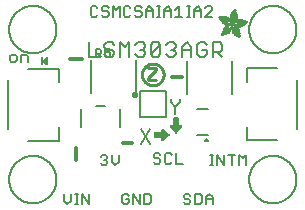
<source format=gbr>
G04 EAGLE Gerber RS-274X export*
G75*
%MOMM*%
%FSLAX34Y34*%
%LPD*%
%INSilkscreen Top*%
%IPPOS*%
%AMOC8*
5,1,8,0,0,1.08239X$1,22.5*%
G01*
%ADD10C,0.152400*%
%ADD11C,0.203200*%
%ADD12C,0.127000*%
%ADD13C,0.254000*%
%ADD14C,0.304800*%
%ADD15R,0.127000X0.762000*%
%ADD16R,0.034300X0.003800*%
%ADD17R,0.057200X0.003800*%
%ADD18R,0.076200X0.003800*%
%ADD19R,0.091400X0.003800*%
%ADD20R,0.102900X0.003800*%
%ADD21R,0.114300X0.003900*%
%ADD22R,0.129500X0.003800*%
%ADD23R,0.137200X0.003800*%
%ADD24R,0.144800X0.003800*%
%ADD25R,0.152400X0.003800*%
%ADD26R,0.160000X0.003800*%
%ADD27R,0.171500X0.003800*%
%ADD28R,0.175300X0.003800*%
%ADD29R,0.182900X0.003800*%
%ADD30R,0.190500X0.003800*%
%ADD31R,0.194300X0.003900*%
%ADD32R,0.201900X0.003800*%
%ADD33R,0.209500X0.003800*%
%ADD34R,0.213400X0.003800*%
%ADD35R,0.221000X0.003800*%
%ADD36R,0.224800X0.003800*%
%ADD37R,0.232400X0.003800*%
%ADD38R,0.240000X0.003800*%
%ADD39R,0.243800X0.003800*%
%ADD40R,0.247600X0.003800*%
%ADD41R,0.255300X0.003900*%
%ADD42R,0.259100X0.003800*%
%ADD43R,0.262900X0.003800*%
%ADD44R,0.270500X0.003800*%
%ADD45R,0.274300X0.003800*%
%ADD46R,0.281900X0.003800*%
%ADD47R,0.285700X0.003800*%
%ADD48R,0.289500X0.003800*%
%ADD49R,0.297200X0.003800*%
%ADD50R,0.301000X0.003800*%
%ADD51R,0.304800X0.003900*%
%ADD52R,0.312400X0.003800*%
%ADD53R,0.316200X0.003800*%
%ADD54R,0.320000X0.003800*%
%ADD55R,0.327600X0.003800*%
%ADD56R,0.331500X0.003800*%
%ADD57R,0.339100X0.003800*%
%ADD58R,0.342900X0.003800*%
%ADD59R,0.346700X0.003800*%
%ADD60R,0.354300X0.003800*%
%ADD61R,0.358100X0.003900*%
%ADD62R,0.361900X0.003800*%
%ADD63R,0.369600X0.003800*%
%ADD64R,0.373400X0.003800*%
%ADD65R,0.377200X0.003800*%
%ADD66R,0.384800X0.003800*%
%ADD67R,0.388600X0.003800*%
%ADD68R,0.396200X0.003800*%
%ADD69R,0.400000X0.003800*%
%ADD70R,0.403800X0.003800*%
%ADD71R,0.411500X0.003900*%
%ADD72R,0.415300X0.003800*%
%ADD73R,0.419100X0.003800*%
%ADD74R,0.045700X0.003800*%
%ADD75R,0.426700X0.003800*%
%ADD76R,0.072400X0.003800*%
%ADD77R,0.430500X0.003800*%
%ADD78R,0.095300X0.003800*%
%ADD79R,0.438100X0.003800*%
%ADD80R,0.110500X0.003800*%
%ADD81R,0.441900X0.003800*%
%ADD82R,0.445800X0.003800*%
%ADD83R,0.144700X0.003800*%
%ADD84R,0.453400X0.003800*%
%ADD85R,0.457200X0.003800*%
%ADD86R,0.175300X0.003900*%
%ADD87R,0.461000X0.003900*%
%ADD88R,0.468600X0.003800*%
%ADD89R,0.205800X0.003800*%
%ADD90R,0.472400X0.003800*%
%ADD91R,0.217200X0.003800*%
%ADD92R,0.476200X0.003800*%
%ADD93R,0.483900X0.003800*%
%ADD94R,0.247700X0.003800*%
%ADD95R,0.487700X0.003800*%
%ADD96R,0.495300X0.003800*%
%ADD97R,0.499100X0.003800*%
%ADD98R,0.502900X0.003800*%
%ADD99R,0.510500X0.003800*%
%ADD100R,0.308600X0.003900*%
%ADD101R,0.514300X0.003900*%
%ADD102R,0.323800X0.003800*%
%ADD103R,0.518100X0.003800*%
%ADD104R,0.335300X0.003800*%
%ADD105R,0.525800X0.003800*%
%ADD106R,0.529600X0.003800*%
%ADD107R,0.358100X0.003800*%
%ADD108R,0.533400X0.003800*%
%ADD109R,0.537200X0.003800*%
%ADD110R,0.381000X0.003800*%
%ADD111R,0.544800X0.003800*%
%ADD112R,0.392400X0.003800*%
%ADD113R,0.548600X0.003800*%
%ADD114R,0.552400X0.003800*%
%ADD115R,0.556200X0.003800*%
%ADD116R,0.422900X0.003900*%
%ADD117R,0.560100X0.003900*%
%ADD118R,0.434300X0.003800*%
%ADD119R,0.563900X0.003800*%
%ADD120R,0.567700X0.003800*%
%ADD121R,0.461000X0.003800*%
%ADD122R,0.571500X0.003800*%
%ADD123R,0.575300X0.003800*%
%ADD124R,0.480100X0.003800*%
%ADD125R,0.579100X0.003800*%
%ADD126R,0.491500X0.003800*%
%ADD127R,0.582900X0.003800*%
%ADD128R,0.586700X0.003800*%
%ADD129R,0.510600X0.003800*%
%ADD130R,0.590500X0.003800*%
%ADD131R,0.522000X0.003800*%
%ADD132R,0.594300X0.003800*%
%ADD133R,0.533400X0.003900*%
%ADD134R,0.598200X0.003900*%
%ADD135R,0.541000X0.003800*%
%ADD136R,0.602000X0.003800*%
%ADD137R,0.552500X0.003800*%
%ADD138R,0.605800X0.003800*%
%ADD139R,0.560100X0.003800*%
%ADD140R,0.609600X0.003800*%
%ADD141R,0.613400X0.003800*%
%ADD142R,0.583000X0.003800*%
%ADD143R,0.617200X0.003800*%
%ADD144R,0.594400X0.003800*%
%ADD145R,0.621000X0.003800*%
%ADD146R,0.598200X0.003800*%
%ADD147R,0.624800X0.003800*%
%ADD148R,0.613500X0.003900*%
%ADD149R,0.628600X0.003900*%
%ADD150R,0.632400X0.003800*%
%ADD151R,0.628600X0.003800*%
%ADD152R,0.636300X0.003800*%
%ADD153R,0.640100X0.003800*%
%ADD154R,0.636200X0.003800*%
%ADD155R,0.643900X0.003800*%
%ADD156R,0.647700X0.003800*%
%ADD157R,0.651500X0.003800*%
%ADD158R,0.659100X0.003800*%
%ADD159R,0.659100X0.003900*%
%ADD160R,0.655300X0.003900*%
%ADD161R,0.662900X0.003800*%
%ADD162R,0.655300X0.003800*%
%ADD163R,0.670500X0.003800*%
%ADD164R,0.670600X0.003800*%
%ADD165R,0.674400X0.003800*%
%ADD166R,0.682000X0.003800*%
%ADD167R,0.666700X0.003800*%
%ADD168R,0.685800X0.003800*%
%ADD169R,0.689600X0.003800*%
%ADD170R,0.693400X0.003900*%
%ADD171R,0.674400X0.003900*%
%ADD172R,0.697200X0.003800*%
%ADD173R,0.678200X0.003800*%
%ADD174R,0.697300X0.003800*%
%ADD175R,0.701100X0.003800*%
%ADD176R,0.704900X0.003800*%
%ADD177R,0.708700X0.003800*%
%ADD178R,0.712500X0.003800*%
%ADD179R,0.716300X0.003800*%
%ADD180R,0.720100X0.003900*%
%ADD181R,0.689600X0.003900*%
%ADD182R,0.720000X0.003800*%
%ADD183R,0.693400X0.003800*%
%ADD184R,0.723900X0.003800*%
%ADD185R,0.727700X0.003800*%
%ADD186R,0.731500X0.003800*%
%ADD187R,0.701000X0.003800*%
%ADD188R,0.735300X0.003800*%
%ADD189R,0.731500X0.003900*%
%ADD190R,0.701000X0.003900*%
%ADD191R,0.704800X0.003800*%
%ADD192R,0.739100X0.003800*%
%ADD193R,0.743000X0.003800*%
%ADD194R,0.739200X0.003800*%
%ADD195R,0.743000X0.003900*%
%ADD196R,0.704800X0.003900*%
%ADD197R,0.746800X0.003800*%
%ADD198R,0.746800X0.003900*%
%ADD199R,0.742900X0.003800*%
%ADD200R,0.746700X0.003800*%
%ADD201R,0.746700X0.003900*%
%ADD202R,1.428800X0.003800*%
%ADD203R,1.424900X0.003800*%
%ADD204R,1.421100X0.003900*%
%ADD205R,1.421100X0.003800*%
%ADD206R,1.417300X0.003800*%
%ADD207R,1.413500X0.003800*%
%ADD208R,1.409700X0.003800*%
%ADD209R,1.405900X0.003800*%
%ADD210R,1.402100X0.003800*%
%ADD211R,1.398300X0.003800*%
%ADD212R,0.983000X0.003900*%
%ADD213R,0.384800X0.003900*%
%ADD214R,0.971600X0.003800*%
%ADD215R,0.963900X0.003800*%
%ADD216R,0.956300X0.003800*%
%ADD217R,0.365800X0.003800*%
%ADD218R,0.952500X0.003800*%
%ADD219R,0.941000X0.003800*%
%ADD220R,0.358200X0.003800*%
%ADD221R,0.937200X0.003800*%
%ADD222R,0.933400X0.003800*%
%ADD223R,0.354400X0.003800*%
%ADD224R,0.925800X0.003800*%
%ADD225R,0.350500X0.003800*%
%ADD226R,0.922000X0.003800*%
%ADD227R,0.918200X0.003900*%
%ADD228R,0.346700X0.003900*%
%ADD229R,0.910600X0.003800*%
%ADD230R,0.906800X0.003800*%
%ADD231R,0.903000X0.003800*%
%ADD232R,0.339000X0.003800*%
%ADD233R,0.895300X0.003800*%
%ADD234R,0.335200X0.003800*%
%ADD235R,0.887700X0.003800*%
%ADD236R,0.883900X0.003800*%
%ADD237R,0.331400X0.003800*%
%ADD238R,0.880100X0.003800*%
%ADD239R,0.876300X0.003800*%
%ADD240R,0.468600X0.003900*%
%ADD241R,0.396200X0.003900*%
%ADD242R,0.323800X0.003900*%
%ADD243R,0.449600X0.003800*%
%ADD244R,0.323900X0.003800*%
%ADD245R,0.442000X0.003800*%
%ADD246R,0.434400X0.003800*%
%ADD247R,0.320100X0.003800*%
%ADD248R,0.316300X0.003800*%
%ADD249R,0.426800X0.003800*%
%ADD250R,0.327700X0.003800*%
%ADD251R,0.312500X0.003800*%
%ADD252R,0.422900X0.003800*%
%ADD253R,0.308600X0.003800*%
%ADD254R,0.293400X0.003800*%
%ADD255R,0.304800X0.003800*%
%ADD256R,0.419100X0.003900*%
%ADD257R,0.285700X0.003900*%
%ADD258R,0.301000X0.003900*%
%ADD259R,0.411500X0.003800*%
%ADD260R,0.407700X0.003800*%
%ADD261R,0.289600X0.003800*%
%ADD262R,0.285800X0.003800*%
%ADD263R,0.403900X0.003800*%
%ADD264R,0.228600X0.003800*%
%ADD265R,0.403900X0.003900*%
%ADD266R,0.221000X0.003900*%
%ADD267R,0.278100X0.003900*%
%ADD268R,0.400100X0.003800*%
%ADD269R,0.209600X0.003800*%
%ADD270R,0.266700X0.003800*%
%ADD271R,0.038100X0.003800*%
%ADD272R,0.194300X0.003800*%
%ADD273R,0.148600X0.003800*%
%ADD274R,0.259000X0.003800*%
%ADD275R,0.182800X0.003800*%
%ADD276R,0.186700X0.003800*%
%ADD277R,0.251400X0.003800*%
%ADD278R,0.179100X0.003800*%
%ADD279R,0.236200X0.003800*%
%ADD280R,0.243900X0.003900*%
%ADD281R,0.282000X0.003900*%
%ADD282R,0.167700X0.003800*%
%ADD283R,0.236300X0.003800*%
%ADD284R,0.396300X0.003800*%
%ADD285R,0.163900X0.003800*%
%ADD286R,0.392500X0.003800*%
%ADD287R,0.160100X0.003800*%
%ADD288R,0.586800X0.003800*%
%ADD289R,0.148500X0.003800*%
%ADD290R,0.140900X0.003800*%
%ADD291R,0.392400X0.003900*%
%ADD292R,0.140900X0.003900*%
%ADD293R,0.647700X0.003900*%
%ADD294R,0.133300X0.003800*%
%ADD295R,0.674300X0.003800*%
%ADD296R,0.388700X0.003800*%
%ADD297R,0.125700X0.003800*%
%ADD298R,0.121900X0.003800*%
%ADD299R,0.720100X0.003800*%
%ADD300R,0.118100X0.003800*%
%ADD301R,0.118100X0.003900*%
%ADD302R,0.739100X0.003900*%
%ADD303R,0.114300X0.003800*%
%ADD304R,0.754400X0.003800*%
%ADD305R,0.765800X0.003800*%
%ADD306R,0.773400X0.003800*%
%ADD307R,0.784800X0.003800*%
%ADD308R,0.118200X0.003800*%
%ADD309R,0.792500X0.003800*%
%ADD310R,0.803900X0.003800*%
%ADD311R,0.122000X0.003800*%
%ADD312R,0.815400X0.003800*%
%ADD313R,0.125800X0.003800*%
%ADD314R,0.826800X0.003800*%
%ADD315R,0.369500X0.003900*%
%ADD316R,0.133400X0.003900*%
%ADD317R,0.842000X0.003900*%
%ADD318R,0.365700X0.003800*%
%ADD319R,1.009700X0.003800*%
%ADD320R,1.013500X0.003800*%
%ADD321R,0.362000X0.003800*%
%ADD322R,1.024900X0.003800*%
%ADD323R,1.028700X0.003800*%
%ADD324R,1.036300X0.003800*%
%ADD325R,1.047800X0.003800*%
%ADD326R,1.055400X0.003800*%
%ADD327R,1.070600X0.003800*%
%ADD328R,0.030500X0.003800*%
%ADD329R,1.436400X0.003800*%
%ADD330R,1.562100X0.003900*%
%ADD331R,1.588700X0.003800*%
%ADD332R,1.607800X0.003800*%
%ADD333R,1.626900X0.003800*%
%ADD334R,1.642100X0.003800*%
%ADD335R,1.657400X0.003800*%
%ADD336R,1.676400X0.003800*%
%ADD337R,1.687800X0.003800*%
%ADD338R,1.703000X0.003800*%
%ADD339R,1.714500X0.003800*%
%ADD340R,1.726000X0.003900*%
%ADD341R,1.741200X0.003800*%
%ADD342R,0.914400X0.003800*%
%ADD343R,0.769600X0.003800*%
%ADD344R,0.884000X0.003800*%
%ADD345R,0.712400X0.003800*%
%ADD346R,0.880100X0.003900*%
%ADD347R,0.887800X0.003800*%
%ADD348R,0.891600X0.003800*%
%ADD349R,0.895400X0.003800*%
%ADD350R,0.251500X0.003800*%
%ADD351R,0.579200X0.003900*%
%ADD352R,0.243900X0.003800*%
%ADD353R,0.556300X0.003800*%
%ADD354R,0.255200X0.003800*%
%ADD355R,0.529500X0.003800*%
%ADD356R,0.731600X0.003800*%
%ADD357R,0.525800X0.003900*%
%ADD358R,0.281900X0.003900*%
%ADD359R,0.735400X0.003900*%
%ADD360R,0.300900X0.003800*%
%ADD361R,0.762000X0.003800*%
%ADD362R,0.518200X0.003800*%
%ADD363R,0.350600X0.003800*%
%ADD364R,0.796300X0.003800*%
%ADD365R,0.807800X0.003800*%
%ADD366R,0.506700X0.003800*%
%ADD367R,0.849600X0.003800*%
%ADD368R,0.506700X0.003900*%
%ADD369R,1.371600X0.003900*%
%ADD370R,1.207800X0.003800*%
%ADD371R,0.503000X0.003800*%
%ADD372R,0.141000X0.003800*%
%ADD373R,1.203900X0.003800*%
%ADD374R,1.204000X0.003800*%
%ADD375R,1.200200X0.003800*%
%ADD376R,0.499100X0.003900*%
%ADD377R,0.156200X0.003900*%
%ADD378R,1.196400X0.003900*%
%ADD379R,1.196400X0.003800*%
%ADD380R,0.163800X0.003800*%
%ADD381R,0.167600X0.003800*%
%ADD382R,1.192500X0.003800*%
%ADD383R,0.499200X0.003800*%
%ADD384R,1.188700X0.003800*%
%ADD385R,0.506800X0.003800*%
%ADD386R,1.184900X0.003800*%
%ADD387R,0.510600X0.003900*%
%ADD388R,0.209600X0.003900*%
%ADD389R,1.181100X0.003900*%
%ADD390R,0.514400X0.003800*%
%ADD391R,1.181100X0.003800*%
%ADD392R,1.177300X0.003800*%
%ADD393R,0.240100X0.003800*%
%ADD394R,1.173500X0.003800*%
%ADD395R,1.169700X0.003800*%
%ADD396R,1.165900X0.003800*%
%ADD397R,1.162100X0.003800*%
%ADD398R,0.929700X0.003900*%
%ADD399R,1.162100X0.003900*%
%ADD400R,0.929700X0.003800*%
%ADD401R,1.154500X0.003800*%
%ADD402R,0.933500X0.003800*%
%ADD403R,1.150600X0.003800*%
%ADD404R,0.937300X0.003800*%
%ADD405R,1.146800X0.003800*%
%ADD406R,0.941100X0.003800*%
%ADD407R,1.139200X0.003800*%
%ADD408R,0.944900X0.003800*%
%ADD409R,1.135400X0.003800*%
%ADD410R,0.948700X0.003800*%
%ADD411R,1.127800X0.003800*%
%ADD412R,1.124000X0.003800*%
%ADD413R,1.116400X0.003800*%
%ADD414R,0.956300X0.003900*%
%ADD415R,1.104900X0.003900*%
%ADD416R,0.960100X0.003800*%
%ADD417R,1.093500X0.003800*%
%ADD418R,1.085900X0.003800*%
%ADD419R,0.967800X0.003800*%
%ADD420R,1.074500X0.003800*%
%ADD421R,1.063000X0.003800*%
%ADD422R,0.975400X0.003800*%
%ADD423R,1.036400X0.003800*%
%ADD424R,0.979200X0.003800*%
%ADD425R,1.021000X0.003800*%
%ADD426R,0.983000X0.003800*%
%ADD427R,1.009600X0.003800*%
%ADD428R,0.986800X0.003800*%
%ADD429R,0.998200X0.003800*%
%ADD430R,0.990600X0.003900*%
%ADD431R,0.986700X0.003900*%
%ADD432R,0.994400X0.003800*%
%ADD433R,0.975300X0.003800*%
%ADD434R,0.948600X0.003800*%
%ADD435R,1.002000X0.003800*%
%ADD436R,0.213300X0.003800*%
%ADD437R,0.217100X0.003800*%
%ADD438R,1.017300X0.003800*%
%ADD439R,0.666800X0.003800*%
%ADD440R,0.220900X0.003800*%
%ADD441R,1.028700X0.003900*%
%ADD442R,0.224700X0.003900*%
%ADD443R,1.032500X0.003800*%
%ADD444R,1.040100X0.003800*%
%ADD445R,1.043900X0.003800*%
%ADD446R,0.548700X0.003800*%
%ADD447R,1.051500X0.003800*%
%ADD448R,1.055300X0.003800*%
%ADD449R,1.059100X0.003800*%
%ADD450R,1.062900X0.003800*%
%ADD451R,0.255300X0.003800*%
%ADD452R,1.066800X0.003900*%
%ADD453R,0.259100X0.003900*%
%ADD454R,0.457200X0.003900*%
%ADD455R,0.423000X0.003800*%
%ADD456R,1.082100X0.003800*%
%ADD457R,0.274400X0.003800*%
%ADD458R,0.278200X0.003800*%
%ADD459R,1.101100X0.003800*%
%ADD460R,0.278100X0.003800*%
%ADD461R,0.876300X0.003900*%
%ADD462R,0.236200X0.003900*%
%ADD463R,0.289600X0.003900*%
%ADD464R,0.247700X0.003900*%
%ADD465R,0.049500X0.003800*%
%ADD466R,0.640100X0.003900*%
%ADD467R,0.659200X0.003800*%
%ADD468R,0.663000X0.003800*%
%ADD469R,0.872500X0.003900*%
%ADD470R,0.666800X0.003900*%
%ADD471R,0.872500X0.003800*%
%ADD472R,0.868700X0.003800*%
%ADD473R,0.864900X0.003800*%
%ADD474R,0.861100X0.003800*%
%ADD475R,0.857300X0.003800*%
%ADD476R,0.853400X0.003800*%
%ADD477R,0.845800X0.003800*%
%ADD478R,0.682000X0.003900*%
%ADD479R,0.842000X0.003800*%
%ADD480R,0.834400X0.003800*%
%ADD481R,0.823000X0.003800*%
%ADD482R,0.815300X0.003800*%
%ADD483R,0.811500X0.003800*%
%ADD484R,0.788700X0.003800*%
%ADD485R,0.777300X0.003900*%
%ADD486R,0.750600X0.003800*%
%ADD487R,0.735400X0.003800*%
%ADD488R,0.727800X0.003800*%
%ADD489R,0.628700X0.003800*%
%ADD490R,0.575400X0.003800*%
%ADD491R,0.670600X0.003900*%
%ADD492R,0.655400X0.003800*%
%ADD493R,0.651500X0.003900*%
%ADD494R,0.624800X0.003900*%
%ADD495R,0.594400X0.003900*%
%ADD496R,0.563900X0.003900*%
%ADD497R,0.541100X0.003800*%
%ADD498R,0.537300X0.003800*%
%ADD499R,0.525700X0.003800*%
%ADD500R,0.525700X0.003900*%
%ADD501R,0.514300X0.003800*%
%ADD502R,0.480100X0.003900*%
%ADD503R,0.464800X0.003800*%
%ADD504R,0.442000X0.003900*%
%ADD505R,0.438200X0.003800*%
%ADD506R,0.430600X0.003800*%
%ADD507R,0.407600X0.003800*%
%ADD508R,0.403800X0.003900*%
%ADD509R,0.365700X0.003900*%
%ADD510R,0.327700X0.003900*%
%ADD511R,0.243800X0.003900*%
%ADD512R,0.205800X0.003900*%
%ADD513R,0.198100X0.003800*%
%ADD514R,0.163800X0.003900*%
%ADD515R,0.137100X0.003800*%
%ADD516R,0.091500X0.003900*%
%ADD517R,0.060900X0.003800*%

G36*
X135392Y57841D02*
X135392Y57841D01*
X135502Y57848D01*
X135549Y57863D01*
X135598Y57870D01*
X135700Y57912D01*
X135804Y57946D01*
X135846Y57973D01*
X135892Y57991D01*
X136027Y58080D01*
X141107Y61890D01*
X141157Y61938D01*
X141211Y61977D01*
X141254Y62029D01*
X141310Y62081D01*
X141321Y62097D01*
X141335Y62111D01*
X141375Y62176D01*
X141413Y62222D01*
X141439Y62277D01*
X141485Y62346D01*
X141491Y62365D01*
X141501Y62382D01*
X141526Y62461D01*
X141549Y62510D01*
X141559Y62564D01*
X141588Y62647D01*
X141589Y62667D01*
X141595Y62686D01*
X141599Y62774D01*
X141609Y62822D01*
X141606Y62872D01*
X141613Y62964D01*
X141610Y62984D01*
X141610Y63003D01*
X141592Y63094D01*
X141589Y63140D01*
X141575Y63184D01*
X141558Y63278D01*
X141550Y63296D01*
X141546Y63315D01*
X141504Y63401D01*
X141491Y63442D01*
X141467Y63479D01*
X141428Y63568D01*
X141415Y63583D01*
X141407Y63601D01*
X141344Y63674D01*
X141321Y63711D01*
X141289Y63741D01*
X141229Y63816D01*
X141208Y63834D01*
X141200Y63843D01*
X141184Y63854D01*
X141107Y63920D01*
X136027Y67730D01*
X136022Y67733D01*
X136018Y67737D01*
X135981Y67757D01*
X135946Y67786D01*
X135846Y67833D01*
X135750Y67888D01*
X135702Y67901D01*
X135658Y67922D01*
X135550Y67943D01*
X135443Y67972D01*
X135394Y67972D01*
X135346Y67982D01*
X135292Y67978D01*
X135271Y67980D01*
X135265Y67980D01*
X135227Y67975D01*
X135125Y67977D01*
X135077Y67965D01*
X135028Y67962D01*
X134967Y67942D01*
X134949Y67940D01*
X134913Y67926D01*
X134816Y67902D01*
X134772Y67879D01*
X134726Y67864D01*
X134672Y67830D01*
X134654Y67823D01*
X134620Y67798D01*
X134535Y67753D01*
X134499Y67720D01*
X134457Y67694D01*
X134416Y67650D01*
X134396Y67636D01*
X134367Y67600D01*
X134300Y67539D01*
X134273Y67498D01*
X134239Y67462D01*
X134212Y67413D01*
X134194Y67391D01*
X134171Y67344D01*
X134125Y67274D01*
X134109Y67227D01*
X134085Y67184D01*
X134073Y67134D01*
X134058Y67103D01*
X134047Y67045D01*
X134022Y66973D01*
X134018Y66924D01*
X134006Y66876D01*
X134002Y66809D01*
X133998Y66791D01*
X133999Y66773D01*
X133996Y66715D01*
X133996Y65444D01*
X128915Y65444D01*
X128797Y65429D01*
X128678Y65422D01*
X128640Y65409D01*
X128599Y65404D01*
X128489Y65361D01*
X128376Y65324D01*
X128341Y65302D01*
X128304Y65287D01*
X128208Y65218D01*
X128107Y65154D01*
X128079Y65124D01*
X128046Y65101D01*
X127971Y65009D01*
X127889Y64922D01*
X127869Y64887D01*
X127844Y64856D01*
X127793Y64748D01*
X127735Y64644D01*
X127725Y64604D01*
X127708Y64568D01*
X127686Y64451D01*
X127656Y64336D01*
X127652Y64276D01*
X127648Y64256D01*
X127648Y64253D01*
X127649Y64234D01*
X127646Y64175D01*
X127646Y61635D01*
X127661Y61517D01*
X127668Y61398D01*
X127681Y61360D01*
X127686Y61319D01*
X127729Y61209D01*
X127766Y61096D01*
X127788Y61061D01*
X127803Y61024D01*
X127873Y60928D01*
X127936Y60827D01*
X127966Y60799D01*
X127989Y60766D01*
X128081Y60691D01*
X128168Y60609D01*
X128203Y60589D01*
X128234Y60564D01*
X128342Y60513D01*
X128446Y60455D01*
X128486Y60445D01*
X128522Y60428D01*
X128639Y60406D01*
X128754Y60376D01*
X128815Y60372D01*
X128835Y60368D01*
X128855Y60370D01*
X128915Y60366D01*
X133996Y60366D01*
X133996Y59095D01*
X134002Y59046D01*
X134000Y58997D01*
X134022Y58889D01*
X134036Y58779D01*
X134054Y58734D01*
X134064Y58685D01*
X134112Y58586D01*
X134153Y58484D01*
X134182Y58444D01*
X134203Y58399D01*
X134275Y58316D01*
X134339Y58226D01*
X134378Y58195D01*
X134410Y58157D01*
X134500Y58094D01*
X134584Y58024D01*
X134629Y58003D01*
X134670Y57974D01*
X134773Y57935D01*
X134872Y57888D01*
X134921Y57879D01*
X134967Y57861D01*
X135077Y57849D01*
X135185Y57828D01*
X135234Y57831D01*
X135283Y57826D01*
X135392Y57841D01*
G37*
G36*
X146754Y64101D02*
X146754Y64101D01*
X146773Y64100D01*
X146910Y64128D01*
X147048Y64152D01*
X147066Y64160D01*
X147085Y64164D01*
X147210Y64225D01*
X147338Y64282D01*
X147353Y64295D01*
X147371Y64303D01*
X147477Y64394D01*
X147586Y64481D01*
X147604Y64502D01*
X147613Y64510D01*
X147624Y64526D01*
X147690Y64603D01*
X151500Y69683D01*
X151524Y69726D01*
X151554Y69761D01*
X151554Y69762D01*
X151556Y69764D01*
X151603Y69864D01*
X151658Y69960D01*
X151671Y70008D01*
X151692Y70052D01*
X151713Y70160D01*
X151742Y70267D01*
X151742Y70316D01*
X151752Y70365D01*
X151745Y70474D01*
X151747Y70585D01*
X151735Y70633D01*
X151732Y70682D01*
X151698Y70786D01*
X151672Y70894D01*
X151649Y70938D01*
X151634Y70984D01*
X151575Y71077D01*
X151523Y71175D01*
X151490Y71211D01*
X151464Y71253D01*
X151383Y71329D01*
X151309Y71410D01*
X151268Y71437D01*
X151232Y71471D01*
X151136Y71524D01*
X151044Y71585D01*
X150997Y71601D01*
X150954Y71625D01*
X150847Y71652D01*
X150743Y71688D01*
X150694Y71692D01*
X150646Y71704D01*
X150485Y71714D01*
X149214Y71714D01*
X149214Y76795D01*
X149199Y76913D01*
X149192Y77032D01*
X149179Y77070D01*
X149174Y77111D01*
X149131Y77221D01*
X149094Y77334D01*
X149072Y77369D01*
X149057Y77406D01*
X148988Y77502D01*
X148924Y77603D01*
X148894Y77631D01*
X148871Y77664D01*
X148779Y77740D01*
X148692Y77821D01*
X148657Y77841D01*
X148626Y77866D01*
X148518Y77917D01*
X148414Y77975D01*
X148374Y77985D01*
X148338Y78002D01*
X148221Y78024D01*
X148106Y78054D01*
X148046Y78058D01*
X148026Y78062D01*
X148005Y78060D01*
X147945Y78064D01*
X145405Y78064D01*
X145287Y78049D01*
X145168Y78042D01*
X145130Y78029D01*
X145089Y78024D01*
X144979Y77981D01*
X144866Y77944D01*
X144831Y77922D01*
X144794Y77907D01*
X144698Y77838D01*
X144597Y77774D01*
X144569Y77744D01*
X144536Y77721D01*
X144461Y77629D01*
X144379Y77542D01*
X144359Y77507D01*
X144334Y77476D01*
X144283Y77368D01*
X144225Y77264D01*
X144215Y77224D01*
X144198Y77188D01*
X144176Y77071D01*
X144146Y76956D01*
X144142Y76896D01*
X144138Y76876D01*
X144139Y76870D01*
X144138Y76869D01*
X144139Y76852D01*
X144136Y76795D01*
X144136Y71714D01*
X142865Y71714D01*
X142816Y71708D01*
X142767Y71710D01*
X142659Y71688D01*
X142549Y71674D01*
X142504Y71656D01*
X142455Y71646D01*
X142356Y71598D01*
X142254Y71557D01*
X142214Y71528D01*
X142169Y71507D01*
X142086Y71435D01*
X141996Y71371D01*
X141965Y71332D01*
X141927Y71300D01*
X141864Y71210D01*
X141794Y71126D01*
X141773Y71081D01*
X141744Y71040D01*
X141705Y70937D01*
X141658Y70838D01*
X141649Y70789D01*
X141631Y70743D01*
X141619Y70633D01*
X141598Y70526D01*
X141601Y70476D01*
X141596Y70427D01*
X141611Y70318D01*
X141618Y70208D01*
X141633Y70161D01*
X141640Y70112D01*
X141682Y70010D01*
X141716Y69906D01*
X141743Y69864D01*
X141761Y69818D01*
X141850Y69683D01*
X145660Y64603D01*
X145757Y64503D01*
X145851Y64400D01*
X145867Y64389D01*
X145881Y64375D01*
X146000Y64302D01*
X146116Y64225D01*
X146135Y64219D01*
X146152Y64209D01*
X146285Y64167D01*
X146417Y64122D01*
X146437Y64121D01*
X146456Y64115D01*
X146595Y64108D01*
X146734Y64097D01*
X146754Y64101D01*
G37*
G36*
X37348Y122433D02*
X37348Y122433D01*
X37377Y122430D01*
X37469Y122450D01*
X37562Y122463D01*
X37589Y122476D01*
X37618Y122482D01*
X37698Y122530D01*
X37782Y122572D01*
X37803Y122593D01*
X37829Y122608D01*
X37890Y122680D01*
X37956Y122746D01*
X37969Y122772D01*
X37989Y122795D01*
X38024Y122882D01*
X38066Y122966D01*
X38070Y122996D01*
X38081Y123023D01*
X38099Y123190D01*
X38099Y128270D01*
X38094Y128299D01*
X38097Y128329D01*
X38075Y128420D01*
X38060Y128513D01*
X38046Y128539D01*
X38039Y128568D01*
X37988Y128647D01*
X37944Y128730D01*
X37923Y128751D01*
X37907Y128776D01*
X37834Y128835D01*
X37766Y128900D01*
X37739Y128912D01*
X37716Y128931D01*
X37628Y128964D01*
X37543Y129003D01*
X37513Y129006D01*
X37486Y129017D01*
X37392Y129020D01*
X37299Y129030D01*
X37269Y129024D01*
X37240Y129025D01*
X37150Y128998D01*
X37058Y128978D01*
X37033Y128963D01*
X37004Y128954D01*
X36862Y128864D01*
X33687Y126324D01*
X33618Y126247D01*
X33545Y126174D01*
X33536Y126157D01*
X33523Y126142D01*
X33481Y126046D01*
X33435Y125954D01*
X33433Y125934D01*
X33425Y125916D01*
X33416Y125813D01*
X33402Y125710D01*
X33406Y125691D01*
X33404Y125671D01*
X33429Y125570D01*
X33448Y125468D01*
X33458Y125451D01*
X33462Y125432D01*
X33518Y125345D01*
X33569Y125254D01*
X33586Y125237D01*
X33594Y125224D01*
X33619Y125204D01*
X33687Y125136D01*
X36862Y122596D01*
X36888Y122581D01*
X36910Y122561D01*
X36995Y122521D01*
X37077Y122475D01*
X37106Y122469D01*
X37133Y122457D01*
X37226Y122447D01*
X37318Y122429D01*
X37348Y122433D01*
G37*
D10*
X51788Y13215D02*
X51788Y7453D01*
X54670Y4572D01*
X57551Y7453D01*
X57551Y13215D01*
X61144Y4572D02*
X64025Y4572D01*
X62584Y4572D02*
X62584Y13215D01*
X61144Y13215D02*
X64025Y13215D01*
X67380Y13215D02*
X67380Y4572D01*
X73143Y4572D02*
X67380Y13215D01*
X73143Y13215D02*
X73143Y4572D01*
X82847Y44795D02*
X84287Y46235D01*
X87169Y46235D01*
X88609Y44795D01*
X88609Y43354D01*
X87169Y41914D01*
X85728Y41914D01*
X87169Y41914D02*
X88609Y40473D01*
X88609Y39033D01*
X87169Y37592D01*
X84287Y37592D01*
X82847Y39033D01*
X92202Y40473D02*
X92202Y46235D01*
X92202Y40473D02*
X95083Y37592D01*
X97964Y40473D01*
X97964Y46235D01*
X105351Y13215D02*
X106791Y11775D01*
X105351Y13215D02*
X102470Y13215D01*
X101029Y11775D01*
X101029Y6013D01*
X102470Y4572D01*
X105351Y4572D01*
X106791Y6013D01*
X106791Y8894D01*
X103910Y8894D01*
X110384Y13215D02*
X110384Y4572D01*
X116147Y4572D02*
X110384Y13215D01*
X116147Y13215D02*
X116147Y4572D01*
X119740Y4572D02*
X119740Y13215D01*
X119740Y4572D02*
X124061Y4572D01*
X125502Y6013D01*
X125502Y11775D01*
X124061Y13215D01*
X119740Y13215D01*
X133461Y46065D02*
X132021Y47505D01*
X129140Y47505D01*
X127699Y46065D01*
X127699Y44624D01*
X129140Y43184D01*
X132021Y43184D01*
X133461Y41743D01*
X133461Y40303D01*
X132021Y38862D01*
X129140Y38862D01*
X127699Y40303D01*
X141376Y47505D02*
X142817Y46065D01*
X141376Y47505D02*
X138495Y47505D01*
X137054Y46065D01*
X137054Y40303D01*
X138495Y38862D01*
X141376Y38862D01*
X142817Y40303D01*
X146410Y38862D02*
X146410Y47505D01*
X146410Y38862D02*
X152172Y38862D01*
X157421Y13215D02*
X158861Y11775D01*
X157421Y13215D02*
X154540Y13215D01*
X153099Y11775D01*
X153099Y10334D01*
X154540Y8894D01*
X157421Y8894D01*
X158861Y7453D01*
X158861Y6013D01*
X157421Y4572D01*
X154540Y4572D01*
X153099Y6013D01*
X162454Y4572D02*
X162454Y13215D01*
X162454Y4572D02*
X166776Y4572D01*
X168217Y6013D01*
X168217Y11775D01*
X166776Y13215D01*
X162454Y13215D01*
X171810Y10334D02*
X171810Y4572D01*
X171810Y10334D02*
X174691Y13215D01*
X177572Y10334D01*
X177572Y4572D01*
X177572Y8894D02*
X171810Y8894D01*
X175381Y37592D02*
X178262Y37592D01*
X176821Y37592D02*
X176821Y46235D01*
X175381Y46235D02*
X178262Y46235D01*
X181618Y46235D02*
X181618Y37592D01*
X187380Y37592D02*
X181618Y46235D01*
X187380Y46235D02*
X187380Y37592D01*
X193854Y37592D02*
X193854Y46235D01*
X190973Y46235D02*
X196735Y46235D01*
X200328Y46235D02*
X200328Y37592D01*
X203209Y43354D02*
X200328Y46235D01*
X203209Y43354D02*
X206090Y46235D01*
X206090Y37592D01*
D11*
X72888Y129286D02*
X72888Y141488D01*
X72888Y129286D02*
X81023Y129286D01*
X92087Y141488D02*
X94120Y139455D01*
X92087Y141488D02*
X88019Y141488D01*
X85986Y139455D01*
X85986Y137421D01*
X88019Y135387D01*
X92087Y135387D01*
X94120Y133353D01*
X94120Y131320D01*
X92087Y129286D01*
X88019Y129286D01*
X85986Y131320D01*
X99083Y129286D02*
X99083Y141488D01*
X103150Y137421D01*
X107218Y141488D01*
X107218Y129286D01*
X112180Y139455D02*
X114214Y141488D01*
X118281Y141488D01*
X120315Y139455D01*
X120315Y137421D01*
X118281Y135387D01*
X116248Y135387D01*
X118281Y135387D02*
X120315Y133353D01*
X120315Y131320D01*
X118281Y129286D01*
X114214Y129286D01*
X112180Y131320D01*
X125277Y131320D02*
X125277Y139455D01*
X127311Y141488D01*
X131378Y141488D01*
X133412Y139455D01*
X133412Y131320D01*
X131378Y129286D01*
X127311Y129286D01*
X125277Y131320D01*
X133412Y139455D01*
X138375Y139455D02*
X140408Y141488D01*
X144476Y141488D01*
X146509Y139455D01*
X146509Y137421D01*
X144476Y135387D01*
X142442Y135387D01*
X144476Y135387D02*
X146509Y133353D01*
X146509Y131320D01*
X144476Y129286D01*
X140408Y129286D01*
X138375Y131320D01*
X151472Y129286D02*
X151472Y137421D01*
X155539Y141488D01*
X159607Y137421D01*
X159607Y129286D01*
X159607Y135387D02*
X151472Y135387D01*
X170670Y141488D02*
X172704Y139455D01*
X170670Y141488D02*
X166603Y141488D01*
X164569Y139455D01*
X164569Y131320D01*
X166603Y129286D01*
X170670Y129286D01*
X172704Y131320D01*
X172704Y135387D01*
X168637Y135387D01*
X177666Y129286D02*
X177666Y141488D01*
X183767Y141488D01*
X185801Y139455D01*
X185801Y135387D01*
X183767Y133353D01*
X177666Y133353D01*
X181734Y133353D02*
X185801Y129286D01*
D12*
X10164Y125095D02*
X7198Y125095D01*
X10164Y125095D02*
X11647Y126578D01*
X11647Y129544D01*
X10164Y131027D01*
X7198Y131027D01*
X5715Y129544D01*
X5715Y126578D01*
X7198Y125095D01*
X15070Y125095D02*
X15070Y131027D01*
X19519Y131027D01*
X21002Y129544D01*
X21002Y125095D01*
D10*
X155928Y163322D02*
X158810Y163322D01*
X157369Y163322D02*
X157369Y171965D01*
X155928Y171965D02*
X158810Y171965D01*
X162165Y169084D02*
X162165Y163322D01*
X162165Y169084D02*
X165046Y171965D01*
X167927Y169084D01*
X167927Y163322D01*
X167927Y167644D02*
X162165Y167644D01*
X171520Y163322D02*
X177283Y163322D01*
X177283Y169084D02*
X171520Y163322D01*
X177283Y169084D02*
X177283Y170525D01*
X175842Y171965D01*
X172961Y171965D01*
X171520Y170525D01*
X133410Y163322D02*
X130528Y163322D01*
X131969Y163322D02*
X131969Y171965D01*
X130528Y171965D02*
X133410Y171965D01*
X136765Y169084D02*
X136765Y163322D01*
X136765Y169084D02*
X139646Y171965D01*
X142527Y169084D01*
X142527Y163322D01*
X142527Y167644D02*
X136765Y167644D01*
X146120Y169084D02*
X149002Y171965D01*
X149002Y163322D01*
X151883Y163322D02*
X146120Y163322D01*
X108061Y170525D02*
X106621Y171965D01*
X103740Y171965D01*
X102299Y170525D01*
X102299Y164763D01*
X103740Y163322D01*
X106621Y163322D01*
X108061Y164763D01*
X115976Y171965D02*
X117417Y170525D01*
X115976Y171965D02*
X113095Y171965D01*
X111654Y170525D01*
X111654Y169084D01*
X113095Y167644D01*
X115976Y167644D01*
X117417Y166203D01*
X117417Y164763D01*
X115976Y163322D01*
X113095Y163322D01*
X111654Y164763D01*
X121010Y163322D02*
X121010Y169084D01*
X123891Y171965D01*
X126772Y169084D01*
X126772Y163322D01*
X126772Y167644D02*
X121010Y167644D01*
X80121Y170525D02*
X78681Y171965D01*
X75800Y171965D01*
X74359Y170525D01*
X74359Y164763D01*
X75800Y163322D01*
X78681Y163322D01*
X80121Y164763D01*
X88036Y171965D02*
X89477Y170525D01*
X88036Y171965D02*
X85155Y171965D01*
X83714Y170525D01*
X83714Y169084D01*
X85155Y167644D01*
X88036Y167644D01*
X89477Y166203D01*
X89477Y164763D01*
X88036Y163322D01*
X85155Y163322D01*
X83714Y164763D01*
X93070Y163322D02*
X93070Y171965D01*
X95951Y169084D01*
X98832Y171965D01*
X98832Y163322D01*
D11*
X141986Y93228D02*
X141986Y91195D01*
X146053Y87127D01*
X150121Y91195D01*
X150121Y93228D01*
X146053Y87127D02*
X146053Y81026D01*
X116586Y67828D02*
X124721Y55626D01*
X116586Y55626D02*
X124721Y67828D01*
D13*
X123190Y119389D02*
X129969Y119389D01*
X129969Y117694D01*
X123190Y110915D01*
X123190Y109220D01*
X129969Y109220D01*
X117842Y114300D02*
X117845Y114525D01*
X117853Y114749D01*
X117867Y114974D01*
X117886Y115198D01*
X117911Y115421D01*
X117941Y115644D01*
X117977Y115866D01*
X118018Y116087D01*
X118065Y116307D01*
X118116Y116525D01*
X118174Y116743D01*
X118236Y116958D01*
X118304Y117173D01*
X118377Y117385D01*
X118456Y117596D01*
X118539Y117805D01*
X118628Y118011D01*
X118721Y118216D01*
X118820Y118418D01*
X118923Y118617D01*
X119032Y118814D01*
X119145Y119008D01*
X119263Y119200D01*
X119385Y119388D01*
X119513Y119573D01*
X119644Y119755D01*
X119780Y119934D01*
X119921Y120110D01*
X120065Y120282D01*
X120214Y120450D01*
X120367Y120615D01*
X120524Y120776D01*
X120685Y120933D01*
X120850Y121086D01*
X121018Y121235D01*
X121190Y121379D01*
X121366Y121520D01*
X121545Y121656D01*
X121727Y121787D01*
X121912Y121915D01*
X122100Y122037D01*
X122292Y122155D01*
X122486Y122268D01*
X122683Y122377D01*
X122882Y122480D01*
X123084Y122579D01*
X123289Y122672D01*
X123495Y122761D01*
X123704Y122844D01*
X123915Y122923D01*
X124127Y122996D01*
X124342Y123064D01*
X124557Y123126D01*
X124775Y123184D01*
X124993Y123235D01*
X125213Y123282D01*
X125434Y123323D01*
X125656Y123359D01*
X125879Y123389D01*
X126102Y123414D01*
X126326Y123433D01*
X126551Y123447D01*
X126775Y123455D01*
X127000Y123458D01*
X127225Y123455D01*
X127449Y123447D01*
X127674Y123433D01*
X127898Y123414D01*
X128121Y123389D01*
X128344Y123359D01*
X128566Y123323D01*
X128787Y123282D01*
X129007Y123235D01*
X129225Y123184D01*
X129443Y123126D01*
X129658Y123064D01*
X129873Y122996D01*
X130085Y122923D01*
X130296Y122844D01*
X130505Y122761D01*
X130711Y122672D01*
X130916Y122579D01*
X131118Y122480D01*
X131317Y122377D01*
X131514Y122268D01*
X131708Y122155D01*
X131900Y122037D01*
X132088Y121915D01*
X132273Y121787D01*
X132455Y121656D01*
X132634Y121520D01*
X132810Y121379D01*
X132982Y121235D01*
X133150Y121086D01*
X133315Y120933D01*
X133476Y120776D01*
X133633Y120615D01*
X133786Y120450D01*
X133935Y120282D01*
X134079Y120110D01*
X134220Y119934D01*
X134356Y119755D01*
X134487Y119573D01*
X134615Y119388D01*
X134737Y119200D01*
X134855Y119008D01*
X134968Y118814D01*
X135077Y118617D01*
X135180Y118418D01*
X135279Y118216D01*
X135372Y118011D01*
X135461Y117805D01*
X135544Y117596D01*
X135623Y117385D01*
X135696Y117173D01*
X135764Y116958D01*
X135826Y116743D01*
X135884Y116525D01*
X135935Y116307D01*
X135982Y116087D01*
X136023Y115866D01*
X136059Y115644D01*
X136089Y115421D01*
X136114Y115198D01*
X136133Y114974D01*
X136147Y114749D01*
X136155Y114525D01*
X136158Y114300D01*
X136155Y114075D01*
X136147Y113851D01*
X136133Y113626D01*
X136114Y113402D01*
X136089Y113179D01*
X136059Y112956D01*
X136023Y112734D01*
X135982Y112513D01*
X135935Y112293D01*
X135884Y112075D01*
X135826Y111857D01*
X135764Y111642D01*
X135696Y111427D01*
X135623Y111215D01*
X135544Y111004D01*
X135461Y110795D01*
X135372Y110589D01*
X135279Y110384D01*
X135180Y110182D01*
X135077Y109983D01*
X134968Y109786D01*
X134855Y109592D01*
X134737Y109400D01*
X134615Y109212D01*
X134487Y109027D01*
X134356Y108845D01*
X134220Y108666D01*
X134079Y108490D01*
X133935Y108318D01*
X133786Y108150D01*
X133633Y107985D01*
X133476Y107824D01*
X133315Y107667D01*
X133150Y107514D01*
X132982Y107365D01*
X132810Y107221D01*
X132634Y107080D01*
X132455Y106944D01*
X132273Y106813D01*
X132088Y106685D01*
X131900Y106563D01*
X131708Y106445D01*
X131514Y106332D01*
X131317Y106223D01*
X131118Y106120D01*
X130916Y106021D01*
X130711Y105928D01*
X130505Y105839D01*
X130296Y105756D01*
X130085Y105677D01*
X129873Y105604D01*
X129658Y105536D01*
X129443Y105474D01*
X129225Y105416D01*
X129007Y105365D01*
X128787Y105318D01*
X128566Y105277D01*
X128344Y105241D01*
X128121Y105211D01*
X127898Y105186D01*
X127674Y105167D01*
X127449Y105153D01*
X127225Y105145D01*
X127000Y105142D01*
X126775Y105145D01*
X126551Y105153D01*
X126326Y105167D01*
X126102Y105186D01*
X125879Y105211D01*
X125656Y105241D01*
X125434Y105277D01*
X125213Y105318D01*
X124993Y105365D01*
X124775Y105416D01*
X124557Y105474D01*
X124342Y105536D01*
X124127Y105604D01*
X123915Y105677D01*
X123704Y105756D01*
X123495Y105839D01*
X123289Y105928D01*
X123084Y106021D01*
X122882Y106120D01*
X122683Y106223D01*
X122486Y106332D01*
X122292Y106445D01*
X122100Y106563D01*
X121912Y106685D01*
X121727Y106813D01*
X121545Y106944D01*
X121366Y107080D01*
X121190Y107221D01*
X121018Y107365D01*
X120850Y107514D01*
X120685Y107667D01*
X120524Y107824D01*
X120367Y107985D01*
X120214Y108150D01*
X120065Y108318D01*
X119921Y108490D01*
X119780Y108666D01*
X119644Y108845D01*
X119513Y109027D01*
X119385Y109212D01*
X119263Y109400D01*
X119145Y109592D01*
X119032Y109786D01*
X118923Y109983D01*
X118820Y110182D01*
X118721Y110384D01*
X118628Y110589D01*
X118539Y110795D01*
X118456Y111004D01*
X118377Y111215D01*
X118304Y111427D01*
X118236Y111642D01*
X118174Y111857D01*
X118116Y112075D01*
X118065Y112293D01*
X118018Y112513D01*
X117977Y112734D01*
X117941Y112956D01*
X117911Y113179D01*
X117886Y113402D01*
X117867Y113626D01*
X117853Y113851D01*
X117845Y114075D01*
X117842Y114300D01*
D14*
X62230Y52070D02*
X62230Y41910D01*
D11*
X66050Y69470D02*
X66050Y85470D01*
X99050Y85470D02*
X99050Y69470D01*
X86550Y87970D02*
X78550Y87970D01*
D14*
X67310Y127000D02*
X57150Y127000D01*
X143320Y111760D02*
X151320Y111760D01*
D11*
X156260Y97760D02*
X156260Y125760D01*
X194260Y125760D02*
X194260Y97760D01*
X173410Y62660D02*
X164410Y62660D01*
X164410Y84660D02*
X173410Y84660D01*
X171410Y58660D02*
X171412Y58723D01*
X171418Y58785D01*
X171428Y58847D01*
X171441Y58909D01*
X171459Y58969D01*
X171480Y59028D01*
X171505Y59086D01*
X171534Y59142D01*
X171566Y59196D01*
X171601Y59248D01*
X171639Y59297D01*
X171681Y59345D01*
X171725Y59389D01*
X171773Y59431D01*
X171822Y59469D01*
X171874Y59504D01*
X171928Y59536D01*
X171984Y59565D01*
X172042Y59590D01*
X172101Y59611D01*
X172161Y59629D01*
X172223Y59642D01*
X172285Y59652D01*
X172347Y59658D01*
X172410Y59660D01*
X172473Y59658D01*
X172535Y59652D01*
X172597Y59642D01*
X172659Y59629D01*
X172719Y59611D01*
X172778Y59590D01*
X172836Y59565D01*
X172892Y59536D01*
X172946Y59504D01*
X172998Y59469D01*
X173047Y59431D01*
X173095Y59389D01*
X173139Y59345D01*
X173181Y59297D01*
X173219Y59248D01*
X173254Y59196D01*
X173286Y59142D01*
X173315Y59086D01*
X173340Y59028D01*
X173361Y58969D01*
X173379Y58909D01*
X173392Y58847D01*
X173402Y58785D01*
X173408Y58723D01*
X173410Y58660D01*
X173408Y58597D01*
X173402Y58535D01*
X173392Y58473D01*
X173379Y58411D01*
X173361Y58351D01*
X173340Y58292D01*
X173315Y58234D01*
X173286Y58178D01*
X173254Y58124D01*
X173219Y58072D01*
X173181Y58023D01*
X173139Y57975D01*
X173095Y57931D01*
X173047Y57889D01*
X172998Y57851D01*
X172946Y57816D01*
X172892Y57784D01*
X172836Y57755D01*
X172778Y57730D01*
X172719Y57709D01*
X172659Y57691D01*
X172597Y57678D01*
X172535Y57668D01*
X172473Y57662D01*
X172410Y57660D01*
X172347Y57662D01*
X172285Y57668D01*
X172223Y57678D01*
X172161Y57691D01*
X172101Y57709D01*
X172042Y57730D01*
X171984Y57755D01*
X171928Y57784D01*
X171874Y57816D01*
X171822Y57851D01*
X171773Y57889D01*
X171725Y57931D01*
X171681Y57975D01*
X171639Y58023D01*
X171601Y58072D01*
X171566Y58124D01*
X171534Y58178D01*
X171505Y58234D01*
X171480Y58292D01*
X171459Y58351D01*
X171441Y58411D01*
X171428Y58473D01*
X171418Y58535D01*
X171412Y58597D01*
X171410Y58660D01*
X5400Y152400D02*
X5406Y152891D01*
X5424Y153381D01*
X5454Y153871D01*
X5496Y154360D01*
X5550Y154848D01*
X5616Y155335D01*
X5694Y155819D01*
X5784Y156302D01*
X5886Y156782D01*
X5999Y157260D01*
X6124Y157734D01*
X6261Y158206D01*
X6409Y158674D01*
X6569Y159138D01*
X6740Y159598D01*
X6922Y160054D01*
X7116Y160505D01*
X7320Y160951D01*
X7536Y161392D01*
X7762Y161828D01*
X7998Y162258D01*
X8245Y162682D01*
X8503Y163100D01*
X8771Y163511D01*
X9048Y163916D01*
X9336Y164314D01*
X9633Y164705D01*
X9940Y165088D01*
X10256Y165463D01*
X10581Y165831D01*
X10915Y166191D01*
X11258Y166542D01*
X11609Y166885D01*
X11969Y167219D01*
X12337Y167544D01*
X12712Y167860D01*
X13095Y168167D01*
X13486Y168464D01*
X13884Y168752D01*
X14289Y169029D01*
X14700Y169297D01*
X15118Y169555D01*
X15542Y169802D01*
X15972Y170038D01*
X16408Y170264D01*
X16849Y170480D01*
X17295Y170684D01*
X17746Y170878D01*
X18202Y171060D01*
X18662Y171231D01*
X19126Y171391D01*
X19594Y171539D01*
X20066Y171676D01*
X20540Y171801D01*
X21018Y171914D01*
X21498Y172016D01*
X21981Y172106D01*
X22465Y172184D01*
X22952Y172250D01*
X23440Y172304D01*
X23929Y172346D01*
X24419Y172376D01*
X24909Y172394D01*
X25400Y172400D01*
X25891Y172394D01*
X26381Y172376D01*
X26871Y172346D01*
X27360Y172304D01*
X27848Y172250D01*
X28335Y172184D01*
X28819Y172106D01*
X29302Y172016D01*
X29782Y171914D01*
X30260Y171801D01*
X30734Y171676D01*
X31206Y171539D01*
X31674Y171391D01*
X32138Y171231D01*
X32598Y171060D01*
X33054Y170878D01*
X33505Y170684D01*
X33951Y170480D01*
X34392Y170264D01*
X34828Y170038D01*
X35258Y169802D01*
X35682Y169555D01*
X36100Y169297D01*
X36511Y169029D01*
X36916Y168752D01*
X37314Y168464D01*
X37705Y168167D01*
X38088Y167860D01*
X38463Y167544D01*
X38831Y167219D01*
X39191Y166885D01*
X39542Y166542D01*
X39885Y166191D01*
X40219Y165831D01*
X40544Y165463D01*
X40860Y165088D01*
X41167Y164705D01*
X41464Y164314D01*
X41752Y163916D01*
X42029Y163511D01*
X42297Y163100D01*
X42555Y162682D01*
X42802Y162258D01*
X43038Y161828D01*
X43264Y161392D01*
X43480Y160951D01*
X43684Y160505D01*
X43878Y160054D01*
X44060Y159598D01*
X44231Y159138D01*
X44391Y158674D01*
X44539Y158206D01*
X44676Y157734D01*
X44801Y157260D01*
X44914Y156782D01*
X45016Y156302D01*
X45106Y155819D01*
X45184Y155335D01*
X45250Y154848D01*
X45304Y154360D01*
X45346Y153871D01*
X45376Y153381D01*
X45394Y152891D01*
X45400Y152400D01*
X45394Y151909D01*
X45376Y151419D01*
X45346Y150929D01*
X45304Y150440D01*
X45250Y149952D01*
X45184Y149465D01*
X45106Y148981D01*
X45016Y148498D01*
X44914Y148018D01*
X44801Y147540D01*
X44676Y147066D01*
X44539Y146594D01*
X44391Y146126D01*
X44231Y145662D01*
X44060Y145202D01*
X43878Y144746D01*
X43684Y144295D01*
X43480Y143849D01*
X43264Y143408D01*
X43038Y142972D01*
X42802Y142542D01*
X42555Y142118D01*
X42297Y141700D01*
X42029Y141289D01*
X41752Y140884D01*
X41464Y140486D01*
X41167Y140095D01*
X40860Y139712D01*
X40544Y139337D01*
X40219Y138969D01*
X39885Y138609D01*
X39542Y138258D01*
X39191Y137915D01*
X38831Y137581D01*
X38463Y137256D01*
X38088Y136940D01*
X37705Y136633D01*
X37314Y136336D01*
X36916Y136048D01*
X36511Y135771D01*
X36100Y135503D01*
X35682Y135245D01*
X35258Y134998D01*
X34828Y134762D01*
X34392Y134536D01*
X33951Y134320D01*
X33505Y134116D01*
X33054Y133922D01*
X32598Y133740D01*
X32138Y133569D01*
X31674Y133409D01*
X31206Y133261D01*
X30734Y133124D01*
X30260Y132999D01*
X29782Y132886D01*
X29302Y132784D01*
X28819Y132694D01*
X28335Y132616D01*
X27848Y132550D01*
X27360Y132496D01*
X26871Y132454D01*
X26381Y132424D01*
X25891Y132406D01*
X25400Y132400D01*
X24909Y132406D01*
X24419Y132424D01*
X23929Y132454D01*
X23440Y132496D01*
X22952Y132550D01*
X22465Y132616D01*
X21981Y132694D01*
X21498Y132784D01*
X21018Y132886D01*
X20540Y132999D01*
X20066Y133124D01*
X19594Y133261D01*
X19126Y133409D01*
X18662Y133569D01*
X18202Y133740D01*
X17746Y133922D01*
X17295Y134116D01*
X16849Y134320D01*
X16408Y134536D01*
X15972Y134762D01*
X15542Y134998D01*
X15118Y135245D01*
X14700Y135503D01*
X14289Y135771D01*
X13884Y136048D01*
X13486Y136336D01*
X13095Y136633D01*
X12712Y136940D01*
X12337Y137256D01*
X11969Y137581D01*
X11609Y137915D01*
X11258Y138258D01*
X10915Y138609D01*
X10581Y138969D01*
X10256Y139337D01*
X9940Y139712D01*
X9633Y140095D01*
X9336Y140486D01*
X9048Y140884D01*
X8771Y141289D01*
X8503Y141700D01*
X8245Y142118D01*
X7998Y142542D01*
X7762Y142972D01*
X7536Y143408D01*
X7320Y143849D01*
X7116Y144295D01*
X6922Y144746D01*
X6740Y145202D01*
X6569Y145662D01*
X6409Y146126D01*
X6261Y146594D01*
X6124Y147066D01*
X5999Y147540D01*
X5886Y148018D01*
X5784Y148498D01*
X5694Y148981D01*
X5616Y149465D01*
X5550Y149952D01*
X5496Y150440D01*
X5454Y150929D01*
X5424Y151419D01*
X5406Y151909D01*
X5400Y152400D01*
X208600Y152400D02*
X208606Y152891D01*
X208624Y153381D01*
X208654Y153871D01*
X208696Y154360D01*
X208750Y154848D01*
X208816Y155335D01*
X208894Y155819D01*
X208984Y156302D01*
X209086Y156782D01*
X209199Y157260D01*
X209324Y157734D01*
X209461Y158206D01*
X209609Y158674D01*
X209769Y159138D01*
X209940Y159598D01*
X210122Y160054D01*
X210316Y160505D01*
X210520Y160951D01*
X210736Y161392D01*
X210962Y161828D01*
X211198Y162258D01*
X211445Y162682D01*
X211703Y163100D01*
X211971Y163511D01*
X212248Y163916D01*
X212536Y164314D01*
X212833Y164705D01*
X213140Y165088D01*
X213456Y165463D01*
X213781Y165831D01*
X214115Y166191D01*
X214458Y166542D01*
X214809Y166885D01*
X215169Y167219D01*
X215537Y167544D01*
X215912Y167860D01*
X216295Y168167D01*
X216686Y168464D01*
X217084Y168752D01*
X217489Y169029D01*
X217900Y169297D01*
X218318Y169555D01*
X218742Y169802D01*
X219172Y170038D01*
X219608Y170264D01*
X220049Y170480D01*
X220495Y170684D01*
X220946Y170878D01*
X221402Y171060D01*
X221862Y171231D01*
X222326Y171391D01*
X222794Y171539D01*
X223266Y171676D01*
X223740Y171801D01*
X224218Y171914D01*
X224698Y172016D01*
X225181Y172106D01*
X225665Y172184D01*
X226152Y172250D01*
X226640Y172304D01*
X227129Y172346D01*
X227619Y172376D01*
X228109Y172394D01*
X228600Y172400D01*
X229091Y172394D01*
X229581Y172376D01*
X230071Y172346D01*
X230560Y172304D01*
X231048Y172250D01*
X231535Y172184D01*
X232019Y172106D01*
X232502Y172016D01*
X232982Y171914D01*
X233460Y171801D01*
X233934Y171676D01*
X234406Y171539D01*
X234874Y171391D01*
X235338Y171231D01*
X235798Y171060D01*
X236254Y170878D01*
X236705Y170684D01*
X237151Y170480D01*
X237592Y170264D01*
X238028Y170038D01*
X238458Y169802D01*
X238882Y169555D01*
X239300Y169297D01*
X239711Y169029D01*
X240116Y168752D01*
X240514Y168464D01*
X240905Y168167D01*
X241288Y167860D01*
X241663Y167544D01*
X242031Y167219D01*
X242391Y166885D01*
X242742Y166542D01*
X243085Y166191D01*
X243419Y165831D01*
X243744Y165463D01*
X244060Y165088D01*
X244367Y164705D01*
X244664Y164314D01*
X244952Y163916D01*
X245229Y163511D01*
X245497Y163100D01*
X245755Y162682D01*
X246002Y162258D01*
X246238Y161828D01*
X246464Y161392D01*
X246680Y160951D01*
X246884Y160505D01*
X247078Y160054D01*
X247260Y159598D01*
X247431Y159138D01*
X247591Y158674D01*
X247739Y158206D01*
X247876Y157734D01*
X248001Y157260D01*
X248114Y156782D01*
X248216Y156302D01*
X248306Y155819D01*
X248384Y155335D01*
X248450Y154848D01*
X248504Y154360D01*
X248546Y153871D01*
X248576Y153381D01*
X248594Y152891D01*
X248600Y152400D01*
X248594Y151909D01*
X248576Y151419D01*
X248546Y150929D01*
X248504Y150440D01*
X248450Y149952D01*
X248384Y149465D01*
X248306Y148981D01*
X248216Y148498D01*
X248114Y148018D01*
X248001Y147540D01*
X247876Y147066D01*
X247739Y146594D01*
X247591Y146126D01*
X247431Y145662D01*
X247260Y145202D01*
X247078Y144746D01*
X246884Y144295D01*
X246680Y143849D01*
X246464Y143408D01*
X246238Y142972D01*
X246002Y142542D01*
X245755Y142118D01*
X245497Y141700D01*
X245229Y141289D01*
X244952Y140884D01*
X244664Y140486D01*
X244367Y140095D01*
X244060Y139712D01*
X243744Y139337D01*
X243419Y138969D01*
X243085Y138609D01*
X242742Y138258D01*
X242391Y137915D01*
X242031Y137581D01*
X241663Y137256D01*
X241288Y136940D01*
X240905Y136633D01*
X240514Y136336D01*
X240116Y136048D01*
X239711Y135771D01*
X239300Y135503D01*
X238882Y135245D01*
X238458Y134998D01*
X238028Y134762D01*
X237592Y134536D01*
X237151Y134320D01*
X236705Y134116D01*
X236254Y133922D01*
X235798Y133740D01*
X235338Y133569D01*
X234874Y133409D01*
X234406Y133261D01*
X233934Y133124D01*
X233460Y132999D01*
X232982Y132886D01*
X232502Y132784D01*
X232019Y132694D01*
X231535Y132616D01*
X231048Y132550D01*
X230560Y132496D01*
X230071Y132454D01*
X229581Y132424D01*
X229091Y132406D01*
X228600Y132400D01*
X228109Y132406D01*
X227619Y132424D01*
X227129Y132454D01*
X226640Y132496D01*
X226152Y132550D01*
X225665Y132616D01*
X225181Y132694D01*
X224698Y132784D01*
X224218Y132886D01*
X223740Y132999D01*
X223266Y133124D01*
X222794Y133261D01*
X222326Y133409D01*
X221862Y133569D01*
X221402Y133740D01*
X220946Y133922D01*
X220495Y134116D01*
X220049Y134320D01*
X219608Y134536D01*
X219172Y134762D01*
X218742Y134998D01*
X218318Y135245D01*
X217900Y135503D01*
X217489Y135771D01*
X217084Y136048D01*
X216686Y136336D01*
X216295Y136633D01*
X215912Y136940D01*
X215537Y137256D01*
X215169Y137581D01*
X214809Y137915D01*
X214458Y138258D01*
X214115Y138609D01*
X213781Y138969D01*
X213456Y139337D01*
X213140Y139712D01*
X212833Y140095D01*
X212536Y140486D01*
X212248Y140884D01*
X211971Y141289D01*
X211703Y141700D01*
X211445Y142118D01*
X211198Y142542D01*
X210962Y142972D01*
X210736Y143408D01*
X210520Y143849D01*
X210316Y144295D01*
X210122Y144746D01*
X209940Y145202D01*
X209769Y145662D01*
X209609Y146126D01*
X209461Y146594D01*
X209324Y147066D01*
X209199Y147540D01*
X209086Y148018D01*
X208984Y148498D01*
X208894Y148981D01*
X208816Y149465D01*
X208750Y149952D01*
X208696Y150440D01*
X208654Y150929D01*
X208624Y151419D01*
X208606Y151909D01*
X208600Y152400D01*
D10*
X206460Y58900D02*
X232460Y58900D01*
X206460Y58900D02*
X206460Y69900D01*
X206460Y107900D02*
X206460Y119900D01*
X232460Y119900D01*
X249460Y109900D02*
X249460Y67900D01*
X47540Y118900D02*
X21540Y118900D01*
X47540Y118900D02*
X47540Y107900D01*
X47540Y69900D02*
X47540Y57900D01*
X21540Y57900D01*
X4540Y67900D02*
X4540Y109900D01*
D11*
X5400Y25400D02*
X5406Y25891D01*
X5424Y26381D01*
X5454Y26871D01*
X5496Y27360D01*
X5550Y27848D01*
X5616Y28335D01*
X5694Y28819D01*
X5784Y29302D01*
X5886Y29782D01*
X5999Y30260D01*
X6124Y30734D01*
X6261Y31206D01*
X6409Y31674D01*
X6569Y32138D01*
X6740Y32598D01*
X6922Y33054D01*
X7116Y33505D01*
X7320Y33951D01*
X7536Y34392D01*
X7762Y34828D01*
X7998Y35258D01*
X8245Y35682D01*
X8503Y36100D01*
X8771Y36511D01*
X9048Y36916D01*
X9336Y37314D01*
X9633Y37705D01*
X9940Y38088D01*
X10256Y38463D01*
X10581Y38831D01*
X10915Y39191D01*
X11258Y39542D01*
X11609Y39885D01*
X11969Y40219D01*
X12337Y40544D01*
X12712Y40860D01*
X13095Y41167D01*
X13486Y41464D01*
X13884Y41752D01*
X14289Y42029D01*
X14700Y42297D01*
X15118Y42555D01*
X15542Y42802D01*
X15972Y43038D01*
X16408Y43264D01*
X16849Y43480D01*
X17295Y43684D01*
X17746Y43878D01*
X18202Y44060D01*
X18662Y44231D01*
X19126Y44391D01*
X19594Y44539D01*
X20066Y44676D01*
X20540Y44801D01*
X21018Y44914D01*
X21498Y45016D01*
X21981Y45106D01*
X22465Y45184D01*
X22952Y45250D01*
X23440Y45304D01*
X23929Y45346D01*
X24419Y45376D01*
X24909Y45394D01*
X25400Y45400D01*
X25891Y45394D01*
X26381Y45376D01*
X26871Y45346D01*
X27360Y45304D01*
X27848Y45250D01*
X28335Y45184D01*
X28819Y45106D01*
X29302Y45016D01*
X29782Y44914D01*
X30260Y44801D01*
X30734Y44676D01*
X31206Y44539D01*
X31674Y44391D01*
X32138Y44231D01*
X32598Y44060D01*
X33054Y43878D01*
X33505Y43684D01*
X33951Y43480D01*
X34392Y43264D01*
X34828Y43038D01*
X35258Y42802D01*
X35682Y42555D01*
X36100Y42297D01*
X36511Y42029D01*
X36916Y41752D01*
X37314Y41464D01*
X37705Y41167D01*
X38088Y40860D01*
X38463Y40544D01*
X38831Y40219D01*
X39191Y39885D01*
X39542Y39542D01*
X39885Y39191D01*
X40219Y38831D01*
X40544Y38463D01*
X40860Y38088D01*
X41167Y37705D01*
X41464Y37314D01*
X41752Y36916D01*
X42029Y36511D01*
X42297Y36100D01*
X42555Y35682D01*
X42802Y35258D01*
X43038Y34828D01*
X43264Y34392D01*
X43480Y33951D01*
X43684Y33505D01*
X43878Y33054D01*
X44060Y32598D01*
X44231Y32138D01*
X44391Y31674D01*
X44539Y31206D01*
X44676Y30734D01*
X44801Y30260D01*
X44914Y29782D01*
X45016Y29302D01*
X45106Y28819D01*
X45184Y28335D01*
X45250Y27848D01*
X45304Y27360D01*
X45346Y26871D01*
X45376Y26381D01*
X45394Y25891D01*
X45400Y25400D01*
X45394Y24909D01*
X45376Y24419D01*
X45346Y23929D01*
X45304Y23440D01*
X45250Y22952D01*
X45184Y22465D01*
X45106Y21981D01*
X45016Y21498D01*
X44914Y21018D01*
X44801Y20540D01*
X44676Y20066D01*
X44539Y19594D01*
X44391Y19126D01*
X44231Y18662D01*
X44060Y18202D01*
X43878Y17746D01*
X43684Y17295D01*
X43480Y16849D01*
X43264Y16408D01*
X43038Y15972D01*
X42802Y15542D01*
X42555Y15118D01*
X42297Y14700D01*
X42029Y14289D01*
X41752Y13884D01*
X41464Y13486D01*
X41167Y13095D01*
X40860Y12712D01*
X40544Y12337D01*
X40219Y11969D01*
X39885Y11609D01*
X39542Y11258D01*
X39191Y10915D01*
X38831Y10581D01*
X38463Y10256D01*
X38088Y9940D01*
X37705Y9633D01*
X37314Y9336D01*
X36916Y9048D01*
X36511Y8771D01*
X36100Y8503D01*
X35682Y8245D01*
X35258Y7998D01*
X34828Y7762D01*
X34392Y7536D01*
X33951Y7320D01*
X33505Y7116D01*
X33054Y6922D01*
X32598Y6740D01*
X32138Y6569D01*
X31674Y6409D01*
X31206Y6261D01*
X30734Y6124D01*
X30260Y5999D01*
X29782Y5886D01*
X29302Y5784D01*
X28819Y5694D01*
X28335Y5616D01*
X27848Y5550D01*
X27360Y5496D01*
X26871Y5454D01*
X26381Y5424D01*
X25891Y5406D01*
X25400Y5400D01*
X24909Y5406D01*
X24419Y5424D01*
X23929Y5454D01*
X23440Y5496D01*
X22952Y5550D01*
X22465Y5616D01*
X21981Y5694D01*
X21498Y5784D01*
X21018Y5886D01*
X20540Y5999D01*
X20066Y6124D01*
X19594Y6261D01*
X19126Y6409D01*
X18662Y6569D01*
X18202Y6740D01*
X17746Y6922D01*
X17295Y7116D01*
X16849Y7320D01*
X16408Y7536D01*
X15972Y7762D01*
X15542Y7998D01*
X15118Y8245D01*
X14700Y8503D01*
X14289Y8771D01*
X13884Y9048D01*
X13486Y9336D01*
X13095Y9633D01*
X12712Y9940D01*
X12337Y10256D01*
X11969Y10581D01*
X11609Y10915D01*
X11258Y11258D01*
X10915Y11609D01*
X10581Y11969D01*
X10256Y12337D01*
X9940Y12712D01*
X9633Y13095D01*
X9336Y13486D01*
X9048Y13884D01*
X8771Y14289D01*
X8503Y14700D01*
X8245Y15118D01*
X7998Y15542D01*
X7762Y15972D01*
X7536Y16408D01*
X7320Y16849D01*
X7116Y17295D01*
X6922Y17746D01*
X6740Y18202D01*
X6569Y18662D01*
X6409Y19126D01*
X6261Y19594D01*
X6124Y20066D01*
X5999Y20540D01*
X5886Y21018D01*
X5784Y21498D01*
X5694Y21981D01*
X5616Y22465D01*
X5550Y22952D01*
X5496Y23440D01*
X5454Y23929D01*
X5424Y24419D01*
X5406Y24909D01*
X5400Y25400D01*
X208600Y25400D02*
X208606Y25891D01*
X208624Y26381D01*
X208654Y26871D01*
X208696Y27360D01*
X208750Y27848D01*
X208816Y28335D01*
X208894Y28819D01*
X208984Y29302D01*
X209086Y29782D01*
X209199Y30260D01*
X209324Y30734D01*
X209461Y31206D01*
X209609Y31674D01*
X209769Y32138D01*
X209940Y32598D01*
X210122Y33054D01*
X210316Y33505D01*
X210520Y33951D01*
X210736Y34392D01*
X210962Y34828D01*
X211198Y35258D01*
X211445Y35682D01*
X211703Y36100D01*
X211971Y36511D01*
X212248Y36916D01*
X212536Y37314D01*
X212833Y37705D01*
X213140Y38088D01*
X213456Y38463D01*
X213781Y38831D01*
X214115Y39191D01*
X214458Y39542D01*
X214809Y39885D01*
X215169Y40219D01*
X215537Y40544D01*
X215912Y40860D01*
X216295Y41167D01*
X216686Y41464D01*
X217084Y41752D01*
X217489Y42029D01*
X217900Y42297D01*
X218318Y42555D01*
X218742Y42802D01*
X219172Y43038D01*
X219608Y43264D01*
X220049Y43480D01*
X220495Y43684D01*
X220946Y43878D01*
X221402Y44060D01*
X221862Y44231D01*
X222326Y44391D01*
X222794Y44539D01*
X223266Y44676D01*
X223740Y44801D01*
X224218Y44914D01*
X224698Y45016D01*
X225181Y45106D01*
X225665Y45184D01*
X226152Y45250D01*
X226640Y45304D01*
X227129Y45346D01*
X227619Y45376D01*
X228109Y45394D01*
X228600Y45400D01*
X229091Y45394D01*
X229581Y45376D01*
X230071Y45346D01*
X230560Y45304D01*
X231048Y45250D01*
X231535Y45184D01*
X232019Y45106D01*
X232502Y45016D01*
X232982Y44914D01*
X233460Y44801D01*
X233934Y44676D01*
X234406Y44539D01*
X234874Y44391D01*
X235338Y44231D01*
X235798Y44060D01*
X236254Y43878D01*
X236705Y43684D01*
X237151Y43480D01*
X237592Y43264D01*
X238028Y43038D01*
X238458Y42802D01*
X238882Y42555D01*
X239300Y42297D01*
X239711Y42029D01*
X240116Y41752D01*
X240514Y41464D01*
X240905Y41167D01*
X241288Y40860D01*
X241663Y40544D01*
X242031Y40219D01*
X242391Y39885D01*
X242742Y39542D01*
X243085Y39191D01*
X243419Y38831D01*
X243744Y38463D01*
X244060Y38088D01*
X244367Y37705D01*
X244664Y37314D01*
X244952Y36916D01*
X245229Y36511D01*
X245497Y36100D01*
X245755Y35682D01*
X246002Y35258D01*
X246238Y34828D01*
X246464Y34392D01*
X246680Y33951D01*
X246884Y33505D01*
X247078Y33054D01*
X247260Y32598D01*
X247431Y32138D01*
X247591Y31674D01*
X247739Y31206D01*
X247876Y30734D01*
X248001Y30260D01*
X248114Y29782D01*
X248216Y29302D01*
X248306Y28819D01*
X248384Y28335D01*
X248450Y27848D01*
X248504Y27360D01*
X248546Y26871D01*
X248576Y26381D01*
X248594Y25891D01*
X248600Y25400D01*
X248594Y24909D01*
X248576Y24419D01*
X248546Y23929D01*
X248504Y23440D01*
X248450Y22952D01*
X248384Y22465D01*
X248306Y21981D01*
X248216Y21498D01*
X248114Y21018D01*
X248001Y20540D01*
X247876Y20066D01*
X247739Y19594D01*
X247591Y19126D01*
X247431Y18662D01*
X247260Y18202D01*
X247078Y17746D01*
X246884Y17295D01*
X246680Y16849D01*
X246464Y16408D01*
X246238Y15972D01*
X246002Y15542D01*
X245755Y15118D01*
X245497Y14700D01*
X245229Y14289D01*
X244952Y13884D01*
X244664Y13486D01*
X244367Y13095D01*
X244060Y12712D01*
X243744Y12337D01*
X243419Y11969D01*
X243085Y11609D01*
X242742Y11258D01*
X242391Y10915D01*
X242031Y10581D01*
X241663Y10256D01*
X241288Y9940D01*
X240905Y9633D01*
X240514Y9336D01*
X240116Y9048D01*
X239711Y8771D01*
X239300Y8503D01*
X238882Y8245D01*
X238458Y7998D01*
X238028Y7762D01*
X237592Y7536D01*
X237151Y7320D01*
X236705Y7116D01*
X236254Y6922D01*
X235798Y6740D01*
X235338Y6569D01*
X234874Y6409D01*
X234406Y6261D01*
X233934Y6124D01*
X233460Y5999D01*
X232982Y5886D01*
X232502Y5784D01*
X232019Y5694D01*
X231535Y5616D01*
X231048Y5550D01*
X230560Y5496D01*
X230071Y5454D01*
X229581Y5424D01*
X229091Y5406D01*
X228600Y5400D01*
X228109Y5406D01*
X227619Y5424D01*
X227129Y5454D01*
X226640Y5496D01*
X226152Y5550D01*
X225665Y5616D01*
X225181Y5694D01*
X224698Y5784D01*
X224218Y5886D01*
X223740Y5999D01*
X223266Y6124D01*
X222794Y6261D01*
X222326Y6409D01*
X221862Y6569D01*
X221402Y6740D01*
X220946Y6922D01*
X220495Y7116D01*
X220049Y7320D01*
X219608Y7536D01*
X219172Y7762D01*
X218742Y7998D01*
X218318Y8245D01*
X217900Y8503D01*
X217489Y8771D01*
X217084Y9048D01*
X216686Y9336D01*
X216295Y9633D01*
X215912Y9940D01*
X215537Y10256D01*
X215169Y10581D01*
X214809Y10915D01*
X214458Y11258D01*
X214115Y11609D01*
X213781Y11969D01*
X213456Y12337D01*
X213140Y12712D01*
X212833Y13095D01*
X212536Y13486D01*
X212248Y13884D01*
X211971Y14289D01*
X211703Y14700D01*
X211445Y15118D01*
X211198Y15542D01*
X210962Y15972D01*
X210736Y16408D01*
X210520Y16849D01*
X210316Y17295D01*
X210122Y17746D01*
X209940Y18202D01*
X209769Y18662D01*
X209609Y19126D01*
X209461Y19594D01*
X209324Y20066D01*
X209199Y20540D01*
X209086Y21018D01*
X208984Y21498D01*
X208894Y21981D01*
X208816Y22465D01*
X208750Y22952D01*
X208696Y23440D01*
X208654Y23929D01*
X208624Y24419D01*
X208606Y24909D01*
X208600Y25400D01*
D15*
X33528Y125730D03*
D12*
X116000Y99900D02*
X138000Y99900D01*
X138000Y77900D01*
X116000Y77900D01*
X116000Y99900D01*
D14*
X111000Y96900D02*
X111002Y96963D01*
X111008Y97025D01*
X111018Y97087D01*
X111031Y97149D01*
X111049Y97209D01*
X111070Y97268D01*
X111095Y97326D01*
X111124Y97382D01*
X111156Y97436D01*
X111191Y97488D01*
X111229Y97537D01*
X111271Y97585D01*
X111315Y97629D01*
X111363Y97671D01*
X111412Y97709D01*
X111464Y97744D01*
X111518Y97776D01*
X111574Y97805D01*
X111632Y97830D01*
X111691Y97851D01*
X111751Y97869D01*
X111813Y97882D01*
X111875Y97892D01*
X111937Y97898D01*
X112000Y97900D01*
X112063Y97898D01*
X112125Y97892D01*
X112187Y97882D01*
X112249Y97869D01*
X112309Y97851D01*
X112368Y97830D01*
X112426Y97805D01*
X112482Y97776D01*
X112536Y97744D01*
X112588Y97709D01*
X112637Y97671D01*
X112685Y97629D01*
X112729Y97585D01*
X112771Y97537D01*
X112809Y97488D01*
X112844Y97436D01*
X112876Y97382D01*
X112905Y97326D01*
X112930Y97268D01*
X112951Y97209D01*
X112969Y97149D01*
X112982Y97087D01*
X112992Y97025D01*
X112998Y96963D01*
X113000Y96900D01*
X112998Y96837D01*
X112992Y96775D01*
X112982Y96713D01*
X112969Y96651D01*
X112951Y96591D01*
X112930Y96532D01*
X112905Y96474D01*
X112876Y96418D01*
X112844Y96364D01*
X112809Y96312D01*
X112771Y96263D01*
X112729Y96215D01*
X112685Y96171D01*
X112637Y96129D01*
X112588Y96091D01*
X112536Y96056D01*
X112482Y96024D01*
X112426Y95995D01*
X112368Y95970D01*
X112309Y95949D01*
X112249Y95931D01*
X112187Y95918D01*
X112125Y95908D01*
X112063Y95902D01*
X112000Y95900D01*
X111937Y95902D01*
X111875Y95908D01*
X111813Y95918D01*
X111751Y95931D01*
X111691Y95949D01*
X111632Y95970D01*
X111574Y95995D01*
X111518Y96024D01*
X111464Y96056D01*
X111412Y96091D01*
X111363Y96129D01*
X111315Y96171D01*
X111271Y96215D01*
X111229Y96263D01*
X111191Y96312D01*
X111156Y96364D01*
X111124Y96418D01*
X111095Y96474D01*
X111070Y96532D01*
X111049Y96591D01*
X111031Y96651D01*
X111018Y96713D01*
X111008Y96775D01*
X111002Y96837D01*
X111000Y96900D01*
X109410Y55880D02*
X101410Y55880D01*
D16*
X199949Y144780D03*
D17*
X199949Y144818D03*
D18*
X199930Y144856D03*
D19*
X199930Y144894D03*
D20*
X199949Y144932D03*
D21*
X199930Y144971D03*
D22*
X199930Y145009D03*
D23*
X199930Y145047D03*
D24*
X199930Y145085D03*
D25*
X199892Y145123D03*
D26*
X199892Y145161D03*
D27*
X199873Y145199D03*
D28*
X199854Y145237D03*
D29*
X199854Y145275D03*
D30*
X199816Y145313D03*
D31*
X199797Y145352D03*
D32*
X199797Y145390D03*
D33*
X199759Y145428D03*
D34*
X199739Y145466D03*
D35*
X199701Y145504D03*
D36*
X199682Y145542D03*
D37*
X199682Y145580D03*
D38*
X199644Y145618D03*
D39*
X199625Y145656D03*
D40*
X199606Y145694D03*
D41*
X199568Y145733D03*
D42*
X199549Y145771D03*
D43*
X199530Y145809D03*
D44*
X199492Y145847D03*
D45*
X199473Y145885D03*
D46*
X199435Y145923D03*
D47*
X199416Y145961D03*
D48*
X199397Y145999D03*
D49*
X199358Y146037D03*
D50*
X199339Y146075D03*
D51*
X199320Y146114D03*
D52*
X199282Y146152D03*
D53*
X199263Y146190D03*
D54*
X199244Y146228D03*
D55*
X199206Y146266D03*
D56*
X199187Y146304D03*
D57*
X199149Y146342D03*
D58*
X199130Y146380D03*
D59*
X199111Y146418D03*
D60*
X199073Y146456D03*
D61*
X199054Y146495D03*
D62*
X199035Y146533D03*
D63*
X198996Y146571D03*
D64*
X198977Y146609D03*
D65*
X198958Y146647D03*
D66*
X198920Y146685D03*
D67*
X198901Y146723D03*
D68*
X198863Y146761D03*
D69*
X198844Y146799D03*
D70*
X198825Y146837D03*
D71*
X198787Y146876D03*
D72*
X198768Y146914D03*
D73*
X198749Y146952D03*
D74*
X185986Y146990D03*
D75*
X198711Y146990D03*
D76*
X186004Y147028D03*
D77*
X198692Y147028D03*
D78*
X186043Y147066D03*
D79*
X198654Y147066D03*
D80*
X186081Y147104D03*
D81*
X198635Y147104D03*
D22*
X186100Y147142D03*
D82*
X198615Y147142D03*
D83*
X186138Y147180D03*
D84*
X198577Y147180D03*
D26*
X186176Y147218D03*
D85*
X198558Y147218D03*
D86*
X186214Y147257D03*
D87*
X198539Y147257D03*
D30*
X186252Y147295D03*
D88*
X198501Y147295D03*
D89*
X186290Y147333D03*
D90*
X198482Y147333D03*
D91*
X186347Y147371D03*
D92*
X198463Y147371D03*
D37*
X186385Y147409D03*
D93*
X198425Y147409D03*
D94*
X186424Y147447D03*
D95*
X198406Y147447D03*
D42*
X186481Y147485D03*
D96*
X198368Y147485D03*
D45*
X186519Y147523D03*
D97*
X198349Y147523D03*
D47*
X186576Y147561D03*
D98*
X198330Y147561D03*
D49*
X186633Y147599D03*
D99*
X198292Y147599D03*
D100*
X186690Y147638D03*
D101*
X198273Y147638D03*
D102*
X186728Y147676D03*
D103*
X198254Y147676D03*
D104*
X186786Y147714D03*
D105*
X198215Y147714D03*
D59*
X186843Y147752D03*
D106*
X198196Y147752D03*
D107*
X186900Y147790D03*
D108*
X198177Y147790D03*
D63*
X186957Y147828D03*
D109*
X198158Y147828D03*
D110*
X187014Y147866D03*
D111*
X198120Y147866D03*
D112*
X187071Y147904D03*
D113*
X198101Y147904D03*
D70*
X187128Y147942D03*
D114*
X198082Y147942D03*
D72*
X187186Y147980D03*
D115*
X198063Y147980D03*
D116*
X187262Y148019D03*
D117*
X198044Y148019D03*
D118*
X187319Y148057D03*
D119*
X198025Y148057D03*
D82*
X187376Y148095D03*
D120*
X198006Y148095D03*
D121*
X187452Y148133D03*
D122*
X197987Y148133D03*
D90*
X187509Y148171D03*
D123*
X197968Y148171D03*
D124*
X187586Y148209D03*
D125*
X197949Y148209D03*
D126*
X187643Y148247D03*
D127*
X197930Y148247D03*
D98*
X187700Y148285D03*
D128*
X197911Y148285D03*
D129*
X187776Y148323D03*
D130*
X197892Y148323D03*
D131*
X187833Y148361D03*
D132*
X197873Y148361D03*
D133*
X187890Y148400D03*
D134*
X197853Y148400D03*
D135*
X187966Y148438D03*
D136*
X197834Y148438D03*
D137*
X188024Y148476D03*
D138*
X197815Y148476D03*
D139*
X188062Y148514D03*
D138*
X197815Y148514D03*
D122*
X188119Y148552D03*
D140*
X197796Y148552D03*
D123*
X188176Y148590D03*
D141*
X197777Y148590D03*
D142*
X188214Y148628D03*
D143*
X197758Y148628D03*
D144*
X188271Y148666D03*
D145*
X197739Y148666D03*
D146*
X188328Y148704D03*
D145*
X197739Y148704D03*
D138*
X188366Y148742D03*
D147*
X197720Y148742D03*
D148*
X188405Y148781D03*
D149*
X197701Y148781D03*
D141*
X188443Y148819D03*
D150*
X197682Y148819D03*
D145*
X188481Y148857D03*
D150*
X197682Y148857D03*
D151*
X188519Y148895D03*
D152*
X197663Y148895D03*
D150*
X188576Y148933D03*
D153*
X197644Y148933D03*
D154*
X188595Y148971D03*
D155*
X197625Y148971D03*
X188634Y149009D03*
X197625Y149009D03*
D156*
X188691Y149047D03*
X197606Y149047D03*
D157*
X188710Y149085D03*
X197587Y149085D03*
D158*
X188748Y149123D03*
D157*
X197587Y149123D03*
D159*
X188786Y149162D03*
D160*
X197568Y149162D03*
D161*
X188805Y149200D03*
D162*
X197568Y149200D03*
D163*
X188843Y149238D03*
D158*
X197549Y149238D03*
D164*
X188881Y149276D03*
D161*
X197530Y149276D03*
D165*
X188900Y149314D03*
D161*
X197530Y149314D03*
D166*
X188938Y149352D03*
D167*
X197511Y149352D03*
D166*
X188976Y149390D03*
D167*
X197511Y149390D03*
D168*
X188995Y149428D03*
D163*
X197492Y149428D03*
D169*
X189014Y149466D03*
D163*
X197492Y149466D03*
D169*
X189052Y149504D03*
D165*
X197472Y149504D03*
D170*
X189071Y149543D03*
D171*
X197472Y149543D03*
D172*
X189090Y149581D03*
D173*
X197453Y149581D03*
D174*
X189129Y149619D03*
D173*
X197453Y149619D03*
D175*
X189148Y149657D03*
D173*
X197453Y149657D03*
D176*
X189167Y149695D03*
D166*
X197434Y149695D03*
D176*
X189205Y149733D03*
D166*
X197434Y149733D03*
D177*
X189224Y149771D03*
D168*
X197415Y149771D03*
D178*
X189243Y149809D03*
D168*
X197415Y149809D03*
D178*
X189281Y149847D03*
D168*
X197415Y149847D03*
D179*
X189300Y149885D03*
D169*
X197396Y149885D03*
D180*
X189319Y149924D03*
D181*
X197396Y149924D03*
D182*
X189357Y149962D03*
D183*
X197377Y149962D03*
D184*
X189377Y150000D03*
D183*
X197377Y150000D03*
D184*
X189377Y150038D03*
D183*
X197377Y150038D03*
D184*
X189415Y150076D03*
D183*
X197377Y150076D03*
D185*
X189434Y150114D03*
D172*
X197358Y150114D03*
D186*
X189453Y150152D03*
D172*
X197358Y150152D03*
D185*
X189472Y150190D03*
D172*
X197358Y150190D03*
D186*
X189491Y150228D03*
D187*
X197339Y150228D03*
D188*
X189510Y150266D03*
D187*
X197339Y150266D03*
D189*
X189529Y150305D03*
D190*
X197339Y150305D03*
D188*
X189548Y150343D03*
D187*
X197339Y150343D03*
D188*
X189548Y150381D03*
D191*
X197320Y150381D03*
D188*
X189586Y150419D03*
D187*
X197301Y150419D03*
D192*
X189605Y150457D03*
D187*
X197301Y150457D03*
D192*
X189605Y150495D03*
D187*
X197301Y150495D03*
D192*
X189643Y150533D03*
D187*
X197301Y150533D03*
D192*
X189643Y150571D03*
D187*
X197301Y150571D03*
D193*
X189662Y150609D03*
D191*
X197282Y150609D03*
D194*
X189681Y150647D03*
D191*
X197282Y150647D03*
D195*
X189700Y150686D03*
D196*
X197282Y150686D03*
D193*
X189700Y150724D03*
D191*
X197282Y150724D03*
D193*
X189738Y150762D03*
D191*
X197282Y150762D03*
D193*
X189738Y150800D03*
D191*
X197282Y150800D03*
D193*
X189738Y150838D03*
D191*
X197282Y150838D03*
D193*
X189776Y150876D03*
D187*
X197263Y150876D03*
D193*
X189776Y150914D03*
D187*
X197263Y150914D03*
D197*
X189795Y150952D03*
D187*
X197263Y150952D03*
D193*
X189814Y150990D03*
D187*
X197263Y150990D03*
D193*
X189814Y151028D03*
D187*
X197263Y151028D03*
D198*
X189833Y151067D03*
D190*
X197263Y151067D03*
D199*
X189853Y151105D03*
D187*
X197263Y151105D03*
D199*
X189853Y151143D03*
D172*
X197244Y151143D03*
D200*
X189872Y151181D03*
D172*
X197244Y151181D03*
D199*
X189891Y151219D03*
D172*
X197244Y151219D03*
D199*
X189891Y151257D03*
D172*
X197244Y151257D03*
D199*
X189891Y151295D03*
D172*
X197244Y151295D03*
D200*
X189910Y151333D03*
D183*
X197225Y151333D03*
D199*
X189929Y151371D03*
D183*
X197225Y151371D03*
D199*
X189929Y151409D03*
D183*
X197225Y151409D03*
D201*
X189948Y151448D03*
D170*
X197225Y151448D03*
D199*
X189967Y151486D03*
D169*
X197206Y151486D03*
D199*
X189967Y151524D03*
D169*
X197206Y151524D03*
D200*
X189986Y151562D03*
D169*
X197206Y151562D03*
D199*
X190005Y151600D03*
D169*
X197206Y151600D03*
D199*
X190005Y151638D03*
D168*
X197187Y151638D03*
D199*
X190005Y151676D03*
D168*
X197187Y151676D03*
D202*
X193472Y151714D03*
X193472Y151752D03*
D203*
X193453Y151790D03*
D204*
X193472Y151829D03*
D205*
X193472Y151867D03*
D206*
X193453Y151905D03*
D207*
X193472Y151943D03*
X193472Y151981D03*
D208*
X193453Y152019D03*
D209*
X193472Y152057D03*
X193472Y152095D03*
D210*
X193453Y152133D03*
D211*
X193472Y152171D03*
D212*
X191395Y152210D03*
D213*
X198501Y152210D03*
D214*
X191338Y152248D03*
D65*
X198539Y152248D03*
D215*
X191339Y152286D03*
D64*
X198558Y152286D03*
D216*
X191301Y152324D03*
D217*
X198558Y152324D03*
D218*
X191282Y152362D03*
D217*
X198558Y152362D03*
D219*
X191262Y152400D03*
D220*
X198558Y152400D03*
D221*
X191243Y152438D03*
D220*
X198558Y152438D03*
D222*
X191224Y152476D03*
D223*
X198539Y152476D03*
D224*
X191224Y152514D03*
D225*
X198559Y152514D03*
D226*
X191205Y152552D03*
D59*
X198540Y152552D03*
D227*
X191186Y152591D03*
D228*
X198540Y152591D03*
D229*
X191186Y152629D03*
D58*
X198521Y152629D03*
D230*
X191167Y152667D03*
D58*
X198521Y152667D03*
D231*
X191148Y152705D03*
D232*
X198501Y152705D03*
D233*
X191148Y152743D03*
D232*
X198501Y152743D03*
D233*
X191148Y152781D03*
D234*
X198482Y152781D03*
D235*
X191148Y152819D03*
D234*
X198482Y152819D03*
D236*
X191129Y152857D03*
D237*
X198463Y152857D03*
D238*
X191110Y152895D03*
D55*
X198444Y152895D03*
D239*
X191129Y152933D03*
D55*
X198444Y152933D03*
D240*
X189090Y152972D03*
D241*
X193491Y152972D03*
D242*
X198425Y152972D03*
D243*
X189033Y153010D03*
D63*
X193586Y153010D03*
D244*
X198387Y153010D03*
D245*
X188995Y153048D03*
D107*
X193644Y153048D03*
D244*
X198387Y153048D03*
D246*
X188995Y153086D03*
D59*
X193663Y153086D03*
D247*
X198368Y153086D03*
D246*
X188995Y153124D03*
D104*
X193682Y153124D03*
D248*
X198349Y153124D03*
D249*
X188995Y153162D03*
D250*
X193720Y153162D03*
D251*
X198330Y153162D03*
D249*
X188995Y153200D03*
D248*
X193739Y153200D03*
D251*
X198330Y153200D03*
D252*
X189015Y153238D03*
D253*
X193777Y153238D03*
D251*
X198292Y153238D03*
D252*
X189015Y153276D03*
D50*
X193777Y153276D03*
D253*
X198272Y153276D03*
D73*
X189034Y153314D03*
D254*
X193815Y153314D03*
D255*
X198253Y153314D03*
D256*
X189034Y153353D03*
D257*
X193815Y153353D03*
D258*
X198234Y153353D03*
D72*
X189053Y153391D03*
D45*
X193834Y153391D03*
D50*
X198196Y153391D03*
D72*
X189053Y153429D03*
D44*
X193853Y153429D03*
D49*
X198177Y153429D03*
D259*
X189072Y153467D03*
D43*
X193853Y153467D03*
D254*
X198158Y153467D03*
D259*
X189072Y153505D03*
D42*
X193872Y153505D03*
D254*
X198120Y153505D03*
D260*
X189091Y153543D03*
D40*
X193891Y153543D03*
D261*
X198101Y153543D03*
D260*
X189129Y153581D03*
D39*
X193910Y153581D03*
D262*
X198082Y153581D03*
D260*
X189129Y153619D03*
D38*
X193929Y153619D03*
D262*
X198044Y153619D03*
D263*
X189148Y153657D03*
D37*
X193929Y153657D03*
D46*
X198025Y153657D03*
D260*
X189167Y153695D03*
D264*
X193948Y153695D03*
D46*
X197987Y153695D03*
D265*
X189186Y153734D03*
D266*
X193948Y153734D03*
D267*
X197968Y153734D03*
D268*
X189205Y153772D03*
D91*
X193967Y153772D03*
D44*
X197930Y153772D03*
D263*
X189224Y153810D03*
D269*
X193967Y153810D03*
D44*
X197892Y153810D03*
D268*
X189243Y153848D03*
D89*
X193986Y153848D03*
D270*
X197873Y153848D03*
D271*
X200349Y153848D03*
D69*
X189281Y153886D03*
D32*
X194006Y153886D03*
D43*
X197816Y153886D03*
D80*
X200368Y153886D03*
D69*
X189281Y153924D03*
D272*
X194006Y153924D03*
D42*
X197797Y153924D03*
D273*
X200368Y153924D03*
D69*
X189319Y153962D03*
D30*
X194025Y153962D03*
D274*
X197758Y153962D03*
D275*
X200387Y153962D03*
D68*
X189338Y154000D03*
D276*
X194044Y154000D03*
D277*
X197720Y154000D03*
D34*
X200387Y154000D03*
D68*
X189376Y154038D03*
D278*
X194044Y154038D03*
D277*
X197682Y154038D03*
D279*
X200387Y154038D03*
D69*
X189395Y154076D03*
D278*
X194044Y154076D03*
D39*
X197644Y154076D03*
D274*
X200387Y154076D03*
D241*
X189414Y154115D03*
D86*
X194063Y154115D03*
D280*
X197606Y154115D03*
D281*
X200387Y154115D03*
D68*
X189452Y154153D03*
D282*
X194063Y154153D03*
D283*
X197568Y154153D03*
D50*
X200406Y154153D03*
D284*
X189491Y154191D03*
D285*
X194082Y154191D03*
D283*
X197530Y154191D03*
D54*
X200387Y154191D03*
D286*
X189510Y154229D03*
D287*
X194101Y154229D03*
D264*
X197491Y154229D03*
D58*
X200387Y154229D03*
D284*
X189529Y154267D03*
D287*
X194101Y154267D03*
D288*
X199244Y154267D03*
D284*
X189567Y154305D03*
D25*
X194100Y154305D03*
D146*
X199263Y154305D03*
D286*
X189586Y154343D03*
D289*
X194120Y154343D03*
D138*
X199301Y154343D03*
D112*
X189624Y154381D03*
D289*
X194120Y154381D03*
D145*
X199339Y154381D03*
D112*
X189662Y154419D03*
D83*
X194139Y154419D03*
D147*
X199358Y154419D03*
D112*
X189700Y154457D03*
D290*
X194158Y154457D03*
D152*
X199378Y154457D03*
D291*
X189738Y154496D03*
D292*
X194158Y154496D03*
D293*
X199397Y154496D03*
D67*
X189757Y154534D03*
D294*
X194158Y154534D03*
D162*
X199435Y154534D03*
D67*
X189795Y154572D03*
D294*
X194158Y154572D03*
D167*
X199454Y154572D03*
D67*
X189833Y154610D03*
D22*
X194177Y154610D03*
D295*
X199454Y154610D03*
D67*
X189871Y154648D03*
D22*
X194177Y154648D03*
D168*
X199473Y154648D03*
D296*
X189910Y154686D03*
D297*
X194196Y154686D03*
D183*
X199511Y154686D03*
D296*
X189948Y154724D03*
D297*
X194196Y154724D03*
D175*
X199511Y154724D03*
D67*
X189986Y154762D03*
D298*
X194215Y154762D03*
D178*
X199530Y154762D03*
D66*
X190043Y154800D03*
D298*
X194215Y154800D03*
D299*
X199530Y154800D03*
D66*
X190081Y154838D03*
D300*
X194234Y154838D03*
D185*
X199530Y154838D03*
D213*
X190119Y154877D03*
D301*
X194234Y154877D03*
D302*
X199549Y154877D03*
D66*
X190157Y154915D03*
D303*
X194253Y154915D03*
D197*
X199549Y154915D03*
D110*
X190214Y154953D03*
D300*
X194272Y154953D03*
D304*
X199549Y154953D03*
D110*
X190252Y154991D03*
D300*
X194272Y154991D03*
D305*
X199568Y154991D03*
D110*
X190329Y155029D03*
D300*
X194272Y155029D03*
D306*
X199568Y155029D03*
D110*
X190367Y155067D03*
D303*
X194291Y155067D03*
D307*
X199587Y155067D03*
D65*
X190424Y155105D03*
D308*
X194310Y155105D03*
D309*
X199587Y155105D03*
D64*
X190481Y155143D03*
D308*
X194310Y155143D03*
D310*
X199568Y155143D03*
D64*
X190557Y155181D03*
D311*
X194329Y155181D03*
D312*
X199587Y155181D03*
D64*
X190595Y155219D03*
D313*
X194348Y155219D03*
D314*
X199568Y155219D03*
D315*
X190691Y155258D03*
D316*
X194386Y155258D03*
D317*
X199568Y155258D03*
D318*
X190748Y155296D03*
D319*
X198768Y155296D03*
D217*
X190824Y155334D03*
D320*
X198787Y155334D03*
D321*
X190919Y155372D03*
D322*
X198806Y155372D03*
D107*
X191015Y155410D03*
D323*
X198825Y155410D03*
D60*
X191110Y155448D03*
D324*
X198825Y155448D03*
D225*
X191205Y155486D03*
D325*
X198844Y155486D03*
D59*
X191339Y155524D03*
D326*
X198844Y155524D03*
D59*
X191453Y155562D03*
D327*
X198844Y155562D03*
D328*
X189224Y155600D03*
D329*
X197053Y155600D03*
D330*
X196463Y155639D03*
D331*
X196406Y155677D03*
D332*
X196348Y155715D03*
D333*
X196330Y155753D03*
D334*
X196292Y155791D03*
D335*
X196253Y155829D03*
D336*
X196234Y155867D03*
D337*
X196215Y155905D03*
D338*
X196215Y155943D03*
D339*
X196196Y155981D03*
D340*
X196177Y156020D03*
D341*
X196177Y156058D03*
D342*
X191967Y156096D03*
D343*
X201073Y156096D03*
D233*
X191796Y156134D03*
D193*
X201244Y156134D03*
D236*
X191701Y156172D03*
D186*
X201378Y156172D03*
D344*
X191624Y156210D03*
D299*
X201473Y156210D03*
D236*
X191548Y156248D03*
D345*
X201587Y156248D03*
D238*
X191491Y156286D03*
D176*
X201664Y156286D03*
D238*
X191415Y156324D03*
D174*
X201740Y156324D03*
D238*
X191377Y156362D03*
D172*
X201816Y156362D03*
D346*
X191339Y156401D03*
D170*
X201873Y156401D03*
D347*
X191300Y156439D03*
D169*
X201968Y156439D03*
D347*
X191262Y156477D03*
D169*
X202006Y156477D03*
D348*
X191243Y156515D03*
D168*
X202063Y156515D03*
D349*
X191224Y156553D03*
D168*
X202140Y156553D03*
D231*
X191186Y156591D03*
D168*
X202178Y156591D03*
D230*
X191167Y156629D03*
D166*
X202235Y156629D03*
D229*
X191148Y156667D03*
D168*
X202292Y156667D03*
D140*
X189605Y156705D03*
D43*
X194387Y156705D03*
D168*
X202330Y156705D03*
D130*
X189472Y156743D03*
D350*
X194482Y156743D03*
D169*
X202387Y156743D03*
D351*
X189376Y156782D03*
D280*
X194520Y156782D03*
D181*
X202425Y156782D03*
D120*
X189281Y156820D03*
D352*
X194558Y156820D03*
D183*
X202444Y156820D03*
D119*
X189224Y156858D03*
D39*
X194596Y156858D03*
D174*
X202502Y156858D03*
D139*
X189129Y156896D03*
D40*
X194615Y156896D03*
D174*
X202540Y156896D03*
D353*
X189072Y156934D03*
D40*
X194653Y156934D03*
D176*
X202578Y156934D03*
D113*
X188995Y156972D03*
D277*
X194672Y156972D03*
D177*
X202597Y156972D03*
D135*
X188957Y157010D03*
D354*
X194691Y157010D03*
D178*
X202616Y157010D03*
D109*
X188900Y157048D03*
D43*
X194730Y157048D03*
D299*
X202654Y157048D03*
D108*
X188843Y157086D03*
D270*
X194749Y157086D03*
D184*
X202673Y157086D03*
D355*
X188786Y157124D03*
D45*
X194787Y157124D03*
D356*
X202711Y157124D03*
D357*
X188728Y157163D03*
D358*
X194825Y157163D03*
D359*
X202730Y157163D03*
D105*
X188690Y157201D03*
D48*
X194863Y157201D03*
D193*
X202730Y157201D03*
D131*
X188633Y157239D03*
D360*
X194882Y157239D03*
D304*
X202749Y157239D03*
D131*
X188595Y157277D03*
D253*
X194920Y157277D03*
D361*
X202749Y157277D03*
D362*
X188538Y157315D03*
D244*
X194958Y157315D03*
D343*
X202749Y157315D03*
D362*
X188500Y157353D03*
D104*
X195015Y157353D03*
D307*
X202749Y157353D03*
D99*
X188462Y157391D03*
D363*
X195053Y157391D03*
D364*
X202731Y157391D03*
D99*
X188424Y157429D03*
D63*
X195110Y157429D03*
D365*
X202711Y157429D03*
D366*
X188367Y157467D03*
D67*
X195205Y157467D03*
D314*
X202692Y157467D03*
D366*
X188329Y157505D03*
D72*
X195301Y157505D03*
D367*
X202616Y157505D03*
D368*
X188291Y157544D03*
D369*
X200044Y157544D03*
D98*
X188272Y157582D03*
D24*
X193872Y157582D03*
D370*
X200901Y157582D03*
D371*
X188233Y157620D03*
D372*
X193815Y157620D03*
D373*
X200959Y157620D03*
D371*
X188195Y157658D03*
D290*
X193777Y157658D03*
D373*
X200997Y157658D03*
D97*
X188176Y157696D03*
D290*
X193739Y157696D03*
D373*
X201035Y157696D03*
D97*
X188138Y157734D03*
D83*
X193720Y157734D03*
D374*
X201073Y157734D03*
D97*
X188100Y157772D03*
D24*
X193681Y157772D03*
D375*
X201092Y157772D03*
D97*
X188062Y157810D03*
D24*
X193643Y157810D03*
D375*
X201130Y157810D03*
D96*
X188043Y157848D03*
D273*
X193624Y157848D03*
D375*
X201168Y157848D03*
D96*
X188005Y157886D03*
D25*
X193567Y157886D03*
D375*
X201168Y157886D03*
D376*
X187986Y157925D03*
D377*
X193548Y157925D03*
D378*
X201187Y157925D03*
D97*
X187948Y157963D03*
D26*
X193529Y157963D03*
D379*
X201225Y157963D03*
D96*
X187929Y158001D03*
D380*
X193472Y158001D03*
D379*
X201225Y158001D03*
D97*
X187910Y158039D03*
D381*
X193453Y158039D03*
D382*
X201245Y158039D03*
D97*
X187872Y158077D03*
D28*
X193415Y158077D03*
D382*
X201245Y158077D03*
D371*
X187852Y158115D03*
D278*
X193396Y158115D03*
D382*
X201283Y158115D03*
D383*
X187833Y158153D03*
D29*
X193339Y158153D03*
D382*
X201283Y158153D03*
D371*
X187814Y158191D03*
D30*
X193301Y158191D03*
D384*
X201302Y158191D03*
D385*
X187795Y158229D03*
D272*
X193282Y158229D03*
D384*
X201302Y158229D03*
D385*
X187795Y158267D03*
D32*
X193244Y158267D03*
D386*
X201321Y158267D03*
D387*
X187776Y158306D03*
D388*
X193205Y158306D03*
D389*
X201302Y158306D03*
D390*
X187757Y158344D03*
D34*
X193148Y158344D03*
D391*
X201302Y158344D03*
D362*
X187738Y158382D03*
D35*
X193110Y158382D03*
D392*
X201321Y158382D03*
D362*
X187738Y158420D03*
D37*
X193053Y158420D03*
D392*
X201321Y158420D03*
D105*
X187738Y158458D03*
D393*
X193015Y158458D03*
D394*
X201340Y158458D03*
D106*
X187719Y158496D03*
D350*
X192958Y158496D03*
D394*
X201340Y158496D03*
D109*
X187719Y158534D03*
D43*
X192901Y158534D03*
D395*
X201321Y158534D03*
D135*
X187738Y158572D03*
D45*
X192844Y158572D03*
D396*
X201340Y158572D03*
D114*
X187757Y158610D03*
D261*
X192767Y158610D03*
D396*
X201340Y158610D03*
D122*
X187814Y158648D03*
D52*
X192653Y158648D03*
D397*
X201321Y158648D03*
D398*
X189567Y158687D03*
D399*
X201321Y158687D03*
D400*
X189567Y158725D03*
D401*
X201321Y158725D03*
D402*
X189548Y158763D03*
D403*
X201301Y158763D03*
D404*
X189529Y158801D03*
D403*
X201301Y158801D03*
D404*
X189529Y158839D03*
D405*
X201282Y158839D03*
D406*
X189510Y158877D03*
D407*
X201282Y158877D03*
D408*
X189491Y158915D03*
D409*
X201263Y158915D03*
D410*
X189472Y158953D03*
D411*
X201225Y158953D03*
D410*
X189472Y158991D03*
D412*
X201206Y158991D03*
D218*
X189453Y159029D03*
D413*
X201168Y159029D03*
D414*
X189434Y159068D03*
D415*
X201149Y159068D03*
D416*
X189415Y159106D03*
D417*
X201092Y159106D03*
D416*
X189415Y159144D03*
D418*
X201054Y159144D03*
D419*
X189414Y159182D03*
D420*
X200997Y159182D03*
D214*
X189395Y159220D03*
D421*
X200939Y159220D03*
D422*
X189376Y159258D03*
D325*
X200863Y159258D03*
D422*
X189376Y159296D03*
D423*
X200806Y159296D03*
D424*
X189357Y159334D03*
D425*
X200768Y159334D03*
D426*
X189338Y159372D03*
D427*
X200711Y159372D03*
D428*
X189319Y159410D03*
D429*
X200654Y159410D03*
D430*
X189338Y159449D03*
D431*
X200597Y159449D03*
D432*
X189319Y159487D03*
D433*
X200540Y159487D03*
D429*
X189300Y159525D03*
D215*
X200483Y159525D03*
D429*
X189300Y159563D03*
D434*
X200406Y159563D03*
D435*
X189281Y159601D03*
D221*
X200349Y159601D03*
D427*
X189281Y159639D03*
D33*
X196711Y159639D03*
D178*
X201359Y159639D03*
D320*
X189262Y159677D03*
D436*
X196730Y159677D03*
D174*
X201321Y159677D03*
D320*
X189262Y159715D03*
D437*
X196749Y159715D03*
D166*
X201282Y159715D03*
D438*
X189243Y159753D03*
D437*
X196749Y159753D03*
D439*
X201244Y159753D03*
D322*
X189243Y159791D03*
D440*
X196768Y159791D03*
D156*
X201226Y159791D03*
D441*
X189224Y159830D03*
D442*
X196787Y159830D03*
D149*
X201168Y159830D03*
D323*
X189224Y159868D03*
D264*
X196806Y159868D03*
D141*
X201130Y159868D03*
D443*
X189205Y159906D03*
D37*
X196825Y159906D03*
D146*
X201092Y159906D03*
D444*
X189205Y159944D03*
D37*
X196825Y159944D03*
D125*
X201073Y159944D03*
D445*
X189186Y159982D03*
D279*
X196844Y159982D03*
D119*
X201035Y159982D03*
D445*
X189186Y160020D03*
D38*
X196863Y160020D03*
D446*
X200997Y160020D03*
D447*
X189186Y160058D03*
D39*
X196882Y160058D03*
D355*
X200978Y160058D03*
D448*
X189167Y160096D03*
D39*
X196882Y160096D03*
D99*
X200921Y160096D03*
D449*
X189186Y160134D03*
D40*
X196901Y160134D03*
D126*
X200902Y160134D03*
D450*
X189167Y160172D03*
D451*
X196901Y160172D03*
D92*
X200863Y160172D03*
D452*
X189147Y160211D03*
D453*
X196920Y160211D03*
D454*
X200844Y160211D03*
D420*
X189148Y160249D03*
D42*
X196920Y160249D03*
D245*
X200806Y160249D03*
D420*
X189148Y160287D03*
D43*
X196939Y160287D03*
D455*
X200787Y160287D03*
D456*
X189148Y160325D03*
D270*
X196958Y160325D03*
D70*
X200768Y160325D03*
D418*
X189129Y160363D03*
D270*
X196958Y160363D03*
D66*
X200749Y160363D03*
D417*
X189129Y160401D03*
D457*
X196958Y160401D03*
D321*
X200711Y160401D03*
D417*
X189129Y160439D03*
D458*
X196977Y160439D03*
D58*
X200692Y160439D03*
D459*
X189129Y160477D03*
D458*
X196977Y160477D03*
D54*
X200692Y160477D03*
D239*
X187967Y160515D03*
D36*
X193510Y160515D03*
D262*
X196977Y160515D03*
D50*
X200673Y160515D03*
D239*
X187929Y160553D03*
D37*
X193510Y160553D03*
D262*
X196977Y160553D03*
D460*
X200673Y160553D03*
D461*
X187929Y160592D03*
D462*
X193529Y160592D03*
D463*
X196996Y160592D03*
D464*
X200673Y160592D03*
D239*
X187891Y160630D03*
D38*
X193510Y160630D03*
D254*
X196977Y160630D03*
D437*
X200635Y160630D03*
D239*
X187853Y160668D03*
D39*
X193529Y160668D03*
D49*
X196996Y160668D03*
D278*
X200635Y160668D03*
D239*
X187853Y160706D03*
D40*
X193548Y160706D03*
D50*
X196977Y160706D03*
D22*
X200616Y160706D03*
D239*
X187814Y160744D03*
D354*
X193548Y160744D03*
D255*
X196996Y160744D03*
D465*
X200597Y160744D03*
D239*
X187776Y160782D03*
D274*
X193567Y160782D03*
D253*
X196977Y160782D03*
D238*
X187757Y160820D03*
D43*
X193587Y160820D03*
D53*
X196977Y160820D03*
D239*
X187738Y160858D03*
D44*
X193587Y160858D03*
D54*
X196958Y160858D03*
D239*
X187700Y160896D03*
D460*
X193625Y160896D03*
D55*
X196958Y160896D03*
D238*
X187681Y160934D03*
D153*
X195396Y160934D03*
D346*
X187643Y160973D03*
D466*
X195396Y160973D03*
D239*
X187624Y161011D03*
D155*
X195415Y161011D03*
D239*
X187586Y161049D03*
D156*
X195396Y161049D03*
D238*
X187567Y161087D03*
D157*
X195415Y161087D03*
D239*
X187548Y161125D03*
D157*
X195415Y161125D03*
D239*
X187510Y161163D03*
D162*
X195396Y161163D03*
D239*
X187472Y161201D03*
D467*
X195415Y161201D03*
D239*
X187472Y161239D03*
D467*
X195415Y161239D03*
D239*
X187433Y161277D03*
D467*
X195415Y161277D03*
D239*
X187395Y161315D03*
D468*
X195396Y161315D03*
D469*
X187376Y161354D03*
D470*
X195415Y161354D03*
D471*
X187338Y161392D03*
D439*
X195415Y161392D03*
D472*
X187319Y161430D03*
D164*
X195396Y161430D03*
D472*
X187281Y161468D03*
D164*
X195396Y161468D03*
D473*
X187262Y161506D03*
D165*
X195415Y161506D03*
D474*
X187243Y161544D03*
D165*
X195415Y161544D03*
D474*
X187205Y161582D03*
D165*
X195415Y161582D03*
D475*
X187186Y161620D03*
D173*
X195396Y161620D03*
D476*
X187166Y161658D03*
D173*
X195396Y161658D03*
D477*
X187128Y161696D03*
D166*
X195415Y161696D03*
D317*
X187109Y161735D03*
D478*
X195415Y161735D03*
D479*
X187071Y161773D03*
D166*
X195415Y161773D03*
D480*
X187071Y161811D03*
D166*
X195415Y161811D03*
D314*
X187033Y161849D03*
D166*
X195415Y161849D03*
D481*
X187014Y161887D03*
D168*
X195396Y161887D03*
D482*
X186976Y161925D03*
D169*
X195415Y161925D03*
D483*
X186957Y161963D03*
D169*
X195415Y161963D03*
D310*
X186919Y162001D03*
D169*
X195415Y162001D03*
D309*
X186900Y162039D03*
D169*
X195415Y162039D03*
D484*
X186881Y162077D03*
D169*
X195415Y162077D03*
D485*
X186862Y162116D03*
D181*
X195415Y162116D03*
D343*
X186823Y162154D03*
D169*
X195415Y162154D03*
D361*
X186785Y162192D03*
D169*
X195415Y162192D03*
D486*
X186766Y162230D03*
D169*
X195415Y162230D03*
D487*
X186728Y162268D03*
D169*
X195415Y162268D03*
D488*
X186690Y162306D03*
D169*
X195415Y162306D03*
D345*
X186652Y162344D03*
D169*
X195415Y162344D03*
D172*
X186614Y162382D03*
D169*
X195415Y162382D03*
D168*
X186557Y162420D03*
D169*
X195415Y162420D03*
D163*
X186519Y162458D03*
D169*
X195415Y162458D03*
D293*
X186481Y162497D03*
D181*
X195415Y162497D03*
D489*
X186424Y162535D03*
D169*
X195415Y162535D03*
D138*
X186385Y162573D03*
D169*
X195415Y162573D03*
D490*
X186309Y162611D03*
D168*
X195434Y162611D03*
D109*
X186233Y162649D03*
D168*
X195434Y162649D03*
D360*
X185357Y162687D03*
D168*
X195434Y162687D03*
X195434Y162725D03*
X195434Y162763D03*
X195434Y162801D03*
X195434Y162839D03*
D478*
X195453Y162878D03*
D166*
X195453Y162916D03*
X195453Y162954D03*
X195453Y162992D03*
D173*
X195434Y163030D03*
D165*
X195453Y163068D03*
X195453Y163106D03*
X195453Y163144D03*
X195453Y163182D03*
D164*
X195472Y163220D03*
D491*
X195472Y163259D03*
D164*
X195472Y163297D03*
D439*
X195453Y163335D03*
D468*
X195472Y163373D03*
X195472Y163411D03*
X195472Y163449D03*
D467*
X195491Y163487D03*
D492*
X195472Y163525D03*
X195472Y163563D03*
D157*
X195492Y163601D03*
D493*
X195492Y163640D03*
D157*
X195492Y163678D03*
D155*
X195492Y163716D03*
X195492Y163754D03*
X195492Y163792D03*
D153*
X195511Y163830D03*
D154*
X195491Y163868D03*
D150*
X195510Y163906D03*
X195510Y163944D03*
X195510Y163982D03*
D494*
X195510Y164021D03*
D147*
X195510Y164059D03*
D145*
X195529Y164097D03*
D143*
X195510Y164135D03*
D141*
X195529Y164173D03*
X195529Y164211D03*
D138*
X195529Y164249D03*
X195529Y164287D03*
D136*
X195548Y164325D03*
D146*
X195529Y164363D03*
D495*
X195548Y164402D03*
D144*
X195548Y164440D03*
D128*
X195549Y164478D03*
X195549Y164516D03*
D127*
X195568Y164554D03*
X195568Y164592D03*
D123*
X195568Y164630D03*
D122*
X195587Y164668D03*
X195587Y164706D03*
D119*
X195587Y164744D03*
D496*
X195587Y164783D03*
D139*
X195606Y164821D03*
D137*
X195606Y164859D03*
X195606Y164897D03*
D446*
X195625Y164935D03*
D497*
X195625Y164973D03*
X195625Y165011D03*
D498*
X195644Y165049D03*
D355*
X195644Y165087D03*
D499*
X195663Y165125D03*
D500*
X195663Y165164D03*
D103*
X195663Y165202D03*
D501*
X195682Y165240D03*
D99*
X195701Y165278D03*
D366*
X195682Y165316D03*
D98*
X195701Y165354D03*
D97*
X195720Y165392D03*
D96*
X195701Y165430D03*
D126*
X195720Y165468D03*
D95*
X195739Y165506D03*
D502*
X195739Y165545D03*
D124*
X195739Y165583D03*
D92*
X195758Y165621D03*
D90*
X195777Y165659D03*
D88*
X195758Y165697D03*
D503*
X195777Y165735D03*
D121*
X195796Y165773D03*
D84*
X195796Y165811D03*
X195796Y165849D03*
D243*
X195815Y165887D03*
D504*
X195815Y165926D03*
D245*
X195815Y165964D03*
D505*
X195834Y166002D03*
D506*
X195834Y166040D03*
D249*
X195853Y166078D03*
X195853Y166116D03*
D73*
X195854Y166154D03*
D72*
X195873Y166192D03*
X195873Y166230D03*
D507*
X195872Y166268D03*
D508*
X195891Y166307D03*
D69*
X195910Y166345D03*
D68*
X195891Y166383D03*
D112*
X195910Y166421D03*
D67*
X195929Y166459D03*
D110*
X195929Y166497D03*
X195929Y166535D03*
D65*
X195948Y166573D03*
D64*
X195967Y166611D03*
D63*
X195948Y166649D03*
D509*
X195968Y166688D03*
D62*
X195987Y166726D03*
D60*
X195987Y166764D03*
X195987Y166802D03*
D225*
X196006Y166840D03*
D58*
X196006Y166878D03*
X196006Y166916D03*
D57*
X196025Y166954D03*
D56*
X196025Y166992D03*
D250*
X196044Y167030D03*
D510*
X196044Y167069D03*
D247*
X196044Y167107D03*
D248*
X196063Y167145D03*
X196063Y167183D03*
D253*
X196063Y167221D03*
D255*
X196082Y167259D03*
D50*
X196101Y167297D03*
D49*
X196082Y167335D03*
D254*
X196101Y167373D03*
D261*
X196120Y167411D03*
D257*
X196101Y167450D03*
D46*
X196120Y167488D03*
D460*
X196139Y167526D03*
D44*
X196139Y167564D03*
X196139Y167602D03*
D270*
X196158Y167640D03*
D43*
X196177Y167678D03*
D42*
X196158Y167716D03*
D354*
X196177Y167754D03*
D277*
X196196Y167792D03*
D511*
X196196Y167831D03*
D39*
X196196Y167869D03*
D38*
X196215Y167907D03*
D37*
X196215Y167945D03*
D264*
X196234Y167983D03*
X196234Y168021D03*
D35*
X196234Y168059D03*
D91*
X196253Y168097D03*
X196253Y168135D03*
D269*
X196253Y168173D03*
D512*
X196272Y168212D03*
D32*
X196292Y168250D03*
D513*
X196273Y168288D03*
D272*
X196292Y168326D03*
D30*
X196311Y168364D03*
D276*
X196292Y168402D03*
D29*
X196311Y168440D03*
D28*
X196311Y168478D03*
D27*
X196330Y168516D03*
X196330Y168554D03*
D514*
X196329Y168593D03*
D26*
X196348Y168631D03*
D25*
X196348Y168669D03*
D24*
X196348Y168707D03*
X196348Y168745D03*
D515*
X196349Y168783D03*
D22*
X196349Y168821D03*
D298*
X196349Y168859D03*
D303*
X196349Y168897D03*
D20*
X196368Y168935D03*
D516*
X196349Y168974D03*
D18*
X196348Y169012D03*
D517*
X196349Y169050D03*
D328*
X196311Y169088D03*
D11*
X112980Y126268D02*
X112980Y98268D01*
X74980Y98268D02*
X74980Y126268D01*
D10*
X78742Y129030D02*
X78742Y135640D01*
X82047Y135640D01*
X83148Y134538D01*
X83148Y132335D01*
X82047Y131233D01*
X78742Y131233D01*
X80945Y131233D02*
X83148Y129030D01*
X86226Y135640D02*
X90633Y135640D01*
X86226Y135640D02*
X86226Y132335D01*
X88429Y133436D01*
X89531Y133436D01*
X90633Y132335D01*
X90633Y130132D01*
X89531Y129030D01*
X87328Y129030D01*
X86226Y130132D01*
M02*

</source>
